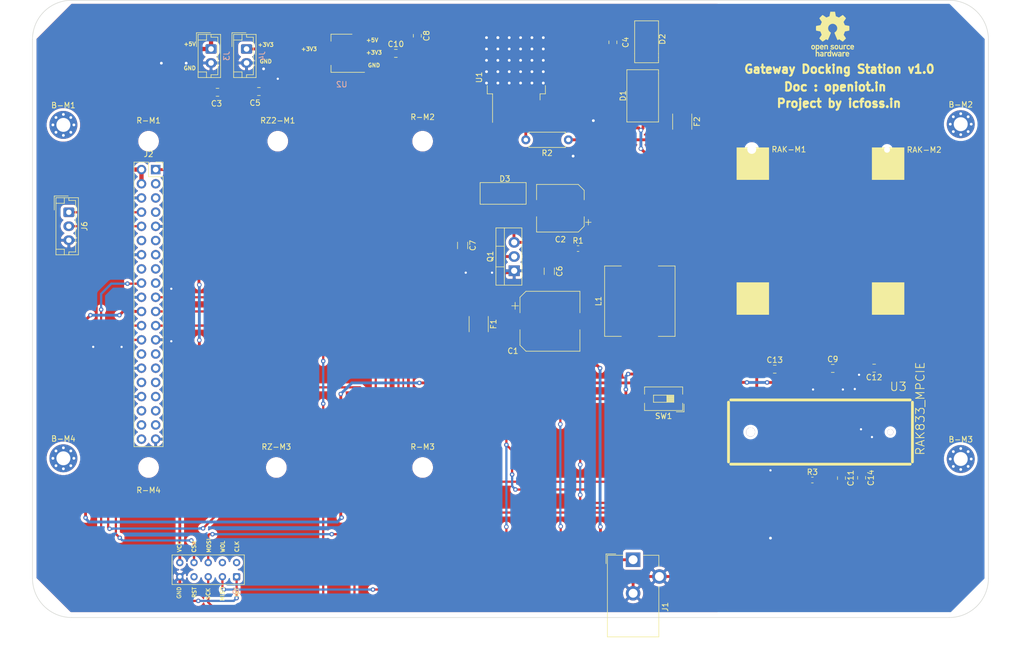
<source format=kicad_pcb>
(kicad_pcb (version 20171130) (host pcbnew 5.1.5+dfsg1-2)
  (layers (0 F.Cu signal) (31 B.Cu signal) (34 B.Paste user) (35 F.Paste user) (36 B.SilkS user) (37 F.SilkS user) (38 B.Mask user) (39 F.Mask user) (44 Edge.Cuts user))
  (net 0 "")
  (net 1 /Vin)
  (net 2 GND)
  (net 3 +5V)
  (net 4 +3V3)
  (net 5 "Net-(D1-Pad1)")
  (net 6 /PCIe_MOSI)
  (net 7 /PCIe_MISO)
  (net 8 /PCIe_SCK)
  (net 9 /PCIe_CSN)
  (net 10 /RESET)
  (net 11 "Net-(C2-Pad1)")
  (net 12 "Net-(C6-Pad1)")
  (net 13 "Net-(F1-Pad2)")
  (net 14 "Net-(J2-Pad3)")
  (net 15 "Net-(J2-Pad5)")
  (net 16 "Net-(J2-Pad7)")
  (net 17 "Net-(J2-Pad11)")
  (net 18 "Net-(J2-Pad13)")
  (net 19 "Net-(J2-Pad15)")
  (net 20 "Net-(J2-Pad17)")
  (net 21 "Net-(J2-Pad27)")
  (net 22 "Net-(J2-Pad29)")
  (net 23 "Net-(J2-Pad31)")
  (net 24 "Net-(J2-Pad33)")
  (net 25 "Net-(J2-Pad35)")
  (net 26 "Net-(J2-Pad37)")
  (net 27 "Net-(J2-Pad8)")
  (net 28 "Net-(J2-Pad10)")
  (net 29 "Net-(J2-Pad12)")
  (net 30 "Net-(J2-Pad16)")
  (net 31 "Net-(J2-Pad18)")
  (net 32 "Net-(J2-Pad28)")
  (net 33 "Net-(J2-Pad32)")
  (net 34 "Net-(J2-Pad36)")
  (net 35 "Net-(J2-Pad38)")
  (net 36 "Net-(J2-Pad40)")
  (net 37 "Net-(J5-Pad7)")
  (net 38 "Net-(J5-Pad2)")
  (net 39 "Net-(J5-Pad4)")
  (net 40 "Net-(U3-Pad1)")
  (net 41 "Net-(U3-Pad3)")
  (net 42 "Net-(U3-Pad5)")
  (net 43 "Net-(U3-Pad6)")
  (net 44 "Net-(U3-Pad7)")
  (net 45 "Net-(U3-Pad8)")
  (net 46 "Net-(U3-Pad10)")
  (net 47 "Net-(U3-Pad11)")
  (net 48 "Net-(U3-Pad12)")
  (net 49 "Net-(U3-Pad13)")
  (net 50 "Net-(U3-Pad14)")
  (net 51 "Net-(U3-Pad16)")
  (net 52 "Net-(U3-Pad19)")
  (net 53 "Net-(U3-Pad20)")
  (net 54 "Net-(U3-Pad23)")
  (net 55 "Net-(U3-Pad25)")
  (net 56 "Net-(U3-Pad28)")
  (net 57 "Net-(U3-Pad30)")
  (net 58 "Net-(U3-Pad31)")
  (net 59 "Net-(U3-Pad32)")
  (net 60 "Net-(U3-Pad33)")
  (net 61 "Net-(U3-Pad36)")
  (net 62 "Net-(U3-Pad38)")
  (net 63 "Net-(U3-Pad42)")
  (net 64 "Net-(U3-Pad44)")
  (net 65 "Net-(U3-Pad46)")
  (net 66 "Net-(U3-Pad48)")
  (net 67 "Net-(J2-Pad1)")
  (net 68 "Net-(R2-Pad2)")
  (net 69 /PCIe_CSN1)
  (net 70 "Net-(R3-Pad1)")
  (module MountingHole:MountingHole_2.1mm (layer F.Cu) (at 188.17082 63.70066)
    (fp_text reference RAK-M1 (at 6.64464 0.00508) (layer F.SilkS))
    (fp_text value MountingHole_2.1mm)
    (pad "" np_thru_hole circle (at 0 0) (size 1.6 1.6) (drill 1.6) (layers *.Cu *.Mask))
  )
  (module Capacitor_SMD:C_0805_2012Metric (layer F.Cu) (at 192.27824 103.04272)
    (fp_text reference C13 (at 0 -1.65) (layer F.SilkS))
    (fp_text value 0.1uF)
    (pad 1 smd roundrect (at -0.9375 0) (size 0.975 1.4) (layers F.Cu F.Paste F.Mask) (net 4 +3V3))
    (pad 2 smd roundrect (at 0.9375 0) (size 0.975 1.4) (layers F.Cu F.Paste F.Mask) (net 2 GND))
  )
  (module MountingHole:MountingHole_2.5mm_Pad_Via (layer F.Cu) (at 65.024 118.999)
    (fp_text reference B-M4 (at 0 -3.5) (layer F.SilkS))
    (fp_text value MountingHole_2.5mm_Pad_Via)
    (pad 1 thru_hole circle (at 1.325825 -1.325825) (size 0.8 0.8) (drill 0.5) (layers *.Cu *.Mask))
    (pad 1 thru_hole circle (at 0 -1.875) (size 0.8 0.8) (drill 0.5) (layers *.Cu *.Mask))
    (pad 1 thru_hole circle (at -1.325825 -1.325825) (size 0.8 0.8) (drill 0.5) (layers *.Cu *.Mask))
    (pad 1 thru_hole circle (at -1.875 0) (size 0.8 0.8) (drill 0.5) (layers *.Cu *.Mask))
    (pad 1 thru_hole circle (at -1.325825 1.325825) (size 0.8 0.8) (drill 0.5) (layers *.Cu *.Mask))
    (pad 1 thru_hole circle (at 0 1.875) (size 0.8 0.8) (drill 0.5) (layers *.Cu *.Mask))
    (pad 1 thru_hole circle (at 1.325825 1.325825) (size 0.8 0.8) (drill 0.5) (layers *.Cu *.Mask))
    (pad 1 thru_hole circle (at 1.875 0) (size 0.8 0.8) (drill 0.5) (layers *.Cu *.Mask))
    (pad 1 thru_hole circle (at 0 0) (size 5 5) (drill 2.5) (layers *.Cu *.Mask))
  )
  (module MountingHole:MountingHole_2.5mm_Pad_Via (layer F.Cu) (at 65.024 59.309)
    (fp_text reference B-M1 (at 0 -3.5) (layer F.SilkS))
    (fp_text value MountingHole_2.5mm_Pad_Via)
    (pad 1 thru_hole circle (at 1.325825 -1.325825) (size 0.8 0.8) (drill 0.5) (layers *.Cu *.Mask))
    (pad 1 thru_hole circle (at 0 -1.875) (size 0.8 0.8) (drill 0.5) (layers *.Cu *.Mask))
    (pad 1 thru_hole circle (at -1.325825 -1.325825) (size 0.8 0.8) (drill 0.5) (layers *.Cu *.Mask))
    (pad 1 thru_hole circle (at -1.875 0) (size 0.8 0.8) (drill 0.5) (layers *.Cu *.Mask))
    (pad 1 thru_hole circle (at -1.325825 1.325825) (size 0.8 0.8) (drill 0.5) (layers *.Cu *.Mask))
    (pad 1 thru_hole circle (at 0 1.875) (size 0.8 0.8) (drill 0.5) (layers *.Cu *.Mask))
    (pad 1 thru_hole circle (at 1.325825 1.325825) (size 0.8 0.8) (drill 0.5) (layers *.Cu *.Mask))
    (pad 1 thru_hole circle (at 1.875 0) (size 0.8 0.8) (drill 0.5) (layers *.Cu *.Mask))
    (pad 1 thru_hole circle (at 0 0) (size 5 5) (drill 2.5) (layers *.Cu *.Mask))
  )
  (module MountingHole:MountingHole_2.5mm_Pad_Via (layer F.Cu) (at 225.552 119.126)
    (fp_text reference B-M3 (at 0 -3.5) (layer F.SilkS))
    (fp_text value MountingHole_2.5mm_Pad_Via)
    (pad 1 thru_hole circle (at 1.325825 -1.325825) (size 0.8 0.8) (drill 0.5) (layers *.Cu *.Mask))
    (pad 1 thru_hole circle (at 0 -1.875) (size 0.8 0.8) (drill 0.5) (layers *.Cu *.Mask))
    (pad 1 thru_hole circle (at -1.325825 -1.325825) (size 0.8 0.8) (drill 0.5) (layers *.Cu *.Mask))
    (pad 1 thru_hole circle (at -1.875 0) (size 0.8 0.8) (drill 0.5) (layers *.Cu *.Mask))
    (pad 1 thru_hole circle (at -1.325825 1.325825) (size 0.8 0.8) (drill 0.5) (layers *.Cu *.Mask))
    (pad 1 thru_hole circle (at 0 1.875) (size 0.8 0.8) (drill 0.5) (layers *.Cu *.Mask))
    (pad 1 thru_hole circle (at 1.325825 1.325825) (size 0.8 0.8) (drill 0.5) (layers *.Cu *.Mask))
    (pad 1 thru_hole circle (at 1.875 0) (size 0.8 0.8) (drill 0.5) (layers *.Cu *.Mask))
    (pad 1 thru_hole circle (at 0 0) (size 5 5) (drill 2.5) (layers *.Cu *.Mask))
  )
  (module MountingHole:MountingHole_2.5mm_Pad_Via (layer F.Cu) (at 225.552 59.182)
    (fp_text reference B-M2 (at 0 -3.5) (layer F.SilkS))
    (fp_text value MountingHole_2.5mm_Pad_Via)
    (pad 1 thru_hole circle (at 1.325825 -1.325825) (size 0.8 0.8) (drill 0.5) (layers *.Cu *.Mask))
    (pad 1 thru_hole circle (at 0 -1.875) (size 0.8 0.8) (drill 0.5) (layers *.Cu *.Mask))
    (pad 1 thru_hole circle (at -1.325825 -1.325825) (size 0.8 0.8) (drill 0.5) (layers *.Cu *.Mask))
    (pad 1 thru_hole circle (at -1.875 0) (size 0.8 0.8) (drill 0.5) (layers *.Cu *.Mask))
    (pad 1 thru_hole circle (at -1.325825 1.325825) (size 0.8 0.8) (drill 0.5) (layers *.Cu *.Mask))
    (pad 1 thru_hole circle (at 0 1.875) (size 0.8 0.8) (drill 0.5) (layers *.Cu *.Mask))
    (pad 1 thru_hole circle (at 1.325825 1.325825) (size 0.8 0.8) (drill 0.5) (layers *.Cu *.Mask))
    (pad 1 thru_hole circle (at 1.875 0) (size 0.8 0.8) (drill 0.5) (layers *.Cu *.Mask))
    (pad 1 thru_hole circle (at 0 0) (size 5 5) (drill 2.5) (layers *.Cu *.Mask))
  )
  (module digikey-footprints:Test_Point_2.67x1.02mm (layer F.Cu) (at 212.35162 60.89396)
    (fp_text reference REF** hide)
    (fp_text value Test_Point_2.67x1.02mm)
    (pad 1 smd rect (at 0 0) (size 5 3) (layers F.Cu F.Paste F.Mask))
  )
  (module digikey-footprints:Test_Point_2.67x1.02mm (layer F.Cu) (at 212.34908 66.95694)
    (fp_text reference REF** hide)
    (fp_text value Test_Point_2.67x1.02mm)
    (pad 1 smd rect (at 0 0) (size 5 4) (layers F.Cu F.Paste F.Mask))
  )
  (module digikey-footprints:Test_Point_2.67x1.02mm (layer F.Cu) (at 188.17082 60.88888)
    (fp_text reference REF** hide)
    (fp_text value Test_Point_2.67x1.02mm)
    (pad 1 smd rect (at 0 0) (size 5 3) (layers F.Cu F.Paste F.Mask))
  )
  (module digikey-footprints:Test_Point_2.67x1.02mm (layer F.Cu) (at 188.0616 67.00774)
    (fp_text reference REF** hide)
    (fp_text value Test_Point_2.67x1.02mm)
    (pad 1 smd rect (at 0 0) (size 5 4) (layers F.Cu F.Paste F.Mask))
  )
  (module kicad-mini-pci-express-master:mpcie-socket (layer F.Cu) (at 187.96 114.3)
    (fp_text reference U3 (at 26.416 -8.128) (layer F.SilkS) (effects (font (size 1.524 1.524))))
    (fp_text value RAK833_MPCIE (at 30.35 -4.2 270) (layer F.SilkS) (effects (font (size 1.524 1.524))))
    (pad "" thru_hole circle (at 25 0) (size 1.05 1.05) (drill 1.05) (layers *.Cu *.Mask))
    (pad "" thru_hole circle (at 0 0) (size 1.6 1.6) (drill 1.6) (layers *.Cu *.Mask))
    (pad "" smd rect (at -2.15 3.5) (size 2.3 3.2) (layers F.Cu F.Paste F.Mask))
    (pad "" smd rect (at 27.15 3.5) (size 2.3 3.2) (layers F.Cu F.Paste F.Mask))
    (pad "" connect rect (at 0.4 -23.9) (size 5.8 5.8) (layers F.SilkS))
    (pad "" connect rect (at 0.4 -48.05) (size 5.8 5.8) (layers F.SilkS))
    (pad "" connect rect (at 24.6 -48.05) (size 5.8 5.8) (layers F.SilkS))
    (pad "" connect rect (at 24.6 -23.9) (size 5.8 5.8) (layers F.SilkS))
    (pad 1 smd rect (at 0.7 4.1) (size 0.6 2) (layers F.Cu F.Paste F.Mask) (net 40 "Net-(U3-Pad1)"))
    (pad 2 smd rect (at 1.1 -4.1) (size 0.6 2) (layers F.Cu F.Paste F.Mask) (net 4 +3V3))
    (pad 3 smd rect (at 1.5 4.1) (size 0.6 2) (layers F.Cu F.Paste F.Mask) (net 41 "Net-(U3-Pad3)"))
    (pad 4 smd rect (at 1.9 -4.1) (size 0.6 2) (layers F.Cu F.Paste F.Mask) (net 2 GND))
    (pad 5 smd rect (at 2.3 4.1) (size 0.6 2) (layers F.Cu F.Paste F.Mask) (net 42 "Net-(U3-Pad5)"))
    (pad 6 smd rect (at 2.7 -4.1) (size 0.6 2) (layers F.Cu F.Paste F.Mask) (net 43 "Net-(U3-Pad6)"))
    (pad 7 smd rect (at 3.1 4.1) (size 0.6 2) (layers F.Cu F.Paste F.Mask) (net 44 "Net-(U3-Pad7)"))
    (pad 8 smd rect (at 3.5 -4.1) (size 0.6 2) (layers F.Cu F.Paste F.Mask) (net 45 "Net-(U3-Pad8)"))
    (pad 9 smd rect (at 3.9 4.1) (size 0.6 2) (layers F.Cu F.Paste F.Mask) (net 2 GND))
    (pad 10 smd rect (at 4.3 -4.1) (size 0.6 2) (layers F.Cu F.Paste F.Mask) (net 46 "Net-(U3-Pad10)"))
    (pad 11 smd rect (at 4.7 4.1) (size 0.6 2) (layers F.Cu F.Paste F.Mask) (net 47 "Net-(U3-Pad11)"))
    (pad 12 smd rect (at 5.1 -4.1) (size 0.6 2) (layers F.Cu F.Paste F.Mask) (net 48 "Net-(U3-Pad12)"))
    (pad 13 smd rect (at 5.5 4.1) (size 0.6 2) (layers F.Cu F.Paste F.Mask) (net 49 "Net-(U3-Pad13)"))
    (pad 14 smd rect (at 5.9 -4.1) (size 0.6 2) (layers F.Cu F.Paste F.Mask) (net 50 "Net-(U3-Pad14)"))
    (pad 15 smd rect (at 6.3 4.1) (size 0.6 2) (layers F.Cu F.Paste F.Mask) (net 2 GND))
    (pad 16 smd rect (at 6.7 -4.1) (size 0.6 2) (layers F.Cu F.Paste F.Mask) (net 51 "Net-(U3-Pad16)"))
    (pad 17 smd rect (at 10.3 4.1) (size 0.6 2) (layers F.Cu F.Paste F.Mask) (net 70 "Net-(R3-Pad1)"))
    (pad 18 smd rect (at 10.7 -4.1) (size 0.6 2) (layers F.Cu F.Paste F.Mask) (net 2 GND))
    (pad 19 smd rect (at 11.1 4.1) (size 0.6 2) (layers F.Cu F.Paste F.Mask) (net 52 "Net-(U3-Pad19)"))
    (pad 20 smd rect (at 11.5 -4.1) (size 0.6 2) (layers F.Cu F.Paste F.Mask) (net 53 "Net-(U3-Pad20)"))
    (pad 21 smd rect (at 11.9 4.1) (size 0.6 2) (layers F.Cu F.Paste F.Mask) (net 2 GND))
    (pad 22 smd rect (at 12.3 -4.1) (size 0.6 2) (layers F.Cu F.Paste F.Mask) (net 10 /RESET))
    (pad 23 smd rect (at 12.7 4.1) (size 0.6 2) (layers F.Cu F.Paste F.Mask) (net 54 "Net-(U3-Pad23)"))
    (pad 24 smd rect (at 13.1 -4.1) (size 0.6 2) (layers F.Cu F.Paste F.Mask) (net 4 +3V3))
    (pad 25 smd rect (at 13.5 4.1) (size 0.6 2) (layers F.Cu F.Paste F.Mask) (net 55 "Net-(U3-Pad25)"))
    (pad 26 smd rect (at 13.9 -4.1) (size 0.6 2) (layers F.Cu F.Paste F.Mask) (net 2 GND))
    (pad 27 smd rect (at 14.3 4.1) (size 0.6 2) (layers F.Cu F.Paste F.Mask) (net 2 GND))
    (pad 28 smd rect (at 14.7 -4.1) (size 0.6 2) (layers F.Cu F.Paste F.Mask) (net 56 "Net-(U3-Pad28)"))
    (pad 29 smd rect (at 15.1 4.1) (size 0.6 2) (layers F.Cu F.Paste F.Mask) (net 2 GND))
    (pad 30 smd rect (at 15.5 -4.1) (size 0.6 2) (layers F.Cu F.Paste F.Mask) (net 57 "Net-(U3-Pad30)"))
    (pad 31 smd rect (at 15.9 4.1) (size 0.6 2) (layers F.Cu F.Paste F.Mask) (net 58 "Net-(U3-Pad31)"))
    (pad 32 smd rect (at 16.3 -4.1) (size 0.6 2) (layers F.Cu F.Paste F.Mask) (net 59 "Net-(U3-Pad32)"))
    (pad 33 smd rect (at 16.7 4.1) (size 0.6 2) (layers F.Cu F.Paste F.Mask) (net 60 "Net-(U3-Pad33)"))
    (pad 34 smd rect (at 17.1 -4.1) (size 0.6 2) (layers F.Cu F.Paste F.Mask) (net 2 GND))
    (pad 35 smd rect (at 17.5 4.1) (size 0.6 2) (layers F.Cu F.Paste F.Mask) (net 2 GND))
    (pad 36 smd rect (at 17.9 -4.1) (size 0.6 2) (layers F.Cu F.Paste F.Mask) (net 61 "Net-(U3-Pad36)"))
    (pad 37 smd rect (at 18.3 4.1) (size 0.6 2) (layers F.Cu F.Paste F.Mask) (net 2 GND))
    (pad 38 smd rect (at 18.7 -4.1) (size 0.6 2) (layers F.Cu F.Paste F.Mask) (net 62 "Net-(U3-Pad38)"))
    (pad 39 smd rect (at 19.1 4.1) (size 0.6 2) (layers F.Cu F.Paste F.Mask) (net 4 +3V3))
    (pad 40 smd rect (at 19.5 -4.1) (size 0.6 2) (layers F.Cu F.Paste F.Mask) (net 2 GND))
    (pad 41 smd rect (at 19.9 4.1) (size 0.6 2) (layers F.Cu F.Paste F.Mask) (net 4 +3V3))
    (pad 42 smd rect (at 20.3 -4.1) (size 0.6 2) (layers F.Cu F.Paste F.Mask) (net 63 "Net-(U3-Pad42)"))
    (pad 43 smd rect (at 20.7 4.1) (size 0.6 2) (layers F.Cu F.Paste F.Mask) (net 2 GND))
    (pad 44 smd rect (at 21.1 -4.1) (size 0.6 2) (layers F.Cu F.Paste F.Mask) (net 64 "Net-(U3-Pad44)"))
    (pad 45 smd rect (at 21.5 4.1) (size 0.6 2) (layers F.Cu F.Paste F.Mask) (net 8 /PCIe_SCK))
    (pad 46 smd rect (at 21.9 -4.1) (size 0.6 2) (layers F.Cu F.Paste F.Mask) (net 65 "Net-(U3-Pad46)"))
    (pad 47 smd rect (at 22.3 4.1) (size 0.6 2) (layers F.Cu F.Paste F.Mask) (net 7 /PCIe_MISO))
    (pad 48 smd rect (at 22.7 -4.1) (size 0.6 2) (layers F.Cu F.Paste F.Mask) (net 66 "Net-(U3-Pad48)"))
    (pad 49 smd rect (at 23.1 4.1) (size 0.6 2) (layers F.Cu F.Paste F.Mask) (net 6 /PCIe_MOSI))
    (pad 50 smd rect (at 23.5 -4.1) (size 0.6 2) (layers F.Cu F.Paste F.Mask) (net 2 GND))
    (pad 51 smd rect (at 23.9 4.1) (size 0.6 2) (layers F.Cu F.Paste F.Mask) (net 9 /PCIe_CSN))
    (pad 52 smd rect (at 24.3 -4.1) (size 0.6 2) (layers F.Cu F.Paste F.Mask) (net 4 +3V3))
  )
  (module Package_TO_SOT_THT:TO-220-3_Vertical (layer F.Cu) (at 145.669 85.41766 90)
    (fp_text reference Q1 (at 2.54 -4.27 90) (layer F.SilkS))
    (fp_text value TIC106)
    (pad 1 thru_hole rect (at 0 0 90) (size 1.905 2) (drill 1.1) (layers *.Cu *.Mask) (net 2 GND))
    (pad 2 thru_hole oval (at 2.54 0 90) (size 1.905 2) (drill 1.1) (layers *.Cu *.Mask) (net 1 /Vin))
    (pad 3 thru_hole oval (at 5.08 0 90) (size 1.905 2) (drill 1.1) (layers *.Cu *.Mask) (net 12 "Net-(C6-Pad1)"))
  )
  (module Symbol:OSHW-Logo_7.5x8mm_SilkScreen (layer F.Cu) (at 202.63358 43.05808)
    (fp_text reference REF** hide)
    (fp_text value OSHW-Logo_7.5x8mm_SilkScreen hide)
  )
  (module Connector_PinSocket_2.54mm:PinSocket_2x20_P2.54mm_Vertical (layer F.Cu) (at 81.534 67.31)
    (fp_text reference J2 (at -1.27 -2.77) (layer F.SilkS))
    (fp_text value "PI GPIO Header")
    (pad 1 thru_hole rect (at 0 0) (size 1.7 1.7) (drill 1) (layers *.Cu *.Mask) (net 67 "Net-(J2-Pad1)"))
    (pad 2 thru_hole oval (at -2.54 0) (size 1.7 1.7) (drill 1) (layers *.Cu *.Mask) (net 3 +5V))
    (pad 3 thru_hole oval (at 0 2.54) (size 1.7 1.7) (drill 1) (layers *.Cu *.Mask) (net 14 "Net-(J2-Pad3)"))
    (pad 4 thru_hole oval (at -2.54 2.54) (size 1.7 1.7) (drill 1) (layers *.Cu *.Mask) (net 3 +5V))
    (pad 5 thru_hole oval (at 0 5.08) (size 1.7 1.7) (drill 1) (layers *.Cu *.Mask) (net 15 "Net-(J2-Pad5)"))
    (pad 6 thru_hole oval (at -2.54 5.08) (size 1.7 1.7) (drill 1) (layers *.Cu *.Mask) (net 2 GND))
    (pad 7 thru_hole oval (at 0 7.62) (size 1.7 1.7) (drill 1) (layers *.Cu *.Mask) (net 16 "Net-(J2-Pad7)"))
    (pad 8 thru_hole oval (at -2.54 7.62) (size 1.7 1.7) (drill 1) (layers *.Cu *.Mask) (net 27 "Net-(J2-Pad8)"))
    (pad 9 thru_hole oval (at 0 10.16) (size 1.7 1.7) (drill 1) (layers *.Cu *.Mask) (net 2 GND))
    (pad 10 thru_hole oval (at -2.54 10.16) (size 1.7 1.7) (drill 1) (layers *.Cu *.Mask) (net 28 "Net-(J2-Pad10)"))
    (pad 11 thru_hole oval (at 0 12.7) (size 1.7 1.7) (drill 1) (layers *.Cu *.Mask) (net 17 "Net-(J2-Pad11)"))
    (pad 12 thru_hole oval (at -2.54 12.7) (size 1.7 1.7) (drill 1) (layers *.Cu *.Mask) (net 29 "Net-(J2-Pad12)"))
    (pad 13 thru_hole oval (at 0 15.24) (size 1.7 1.7) (drill 1) (layers *.Cu *.Mask) (net 18 "Net-(J2-Pad13)"))
    (pad 14 thru_hole oval (at -2.54 15.24) (size 1.7 1.7) (drill 1) (layers *.Cu *.Mask) (net 2 GND))
    (pad 15 thru_hole oval (at 0 17.78) (size 1.7 1.7) (drill 1) (layers *.Cu *.Mask) (net 19 "Net-(J2-Pad15)"))
    (pad 16 thru_hole oval (at -2.54 17.78) (size 1.7 1.7) (drill 1) (layers *.Cu *.Mask) (net 30 "Net-(J2-Pad16)"))
    (pad 17 thru_hole oval (at 0 20.32) (size 1.7 1.7) (drill 1) (layers *.Cu *.Mask) (net 20 "Net-(J2-Pad17)"))
    (pad 18 thru_hole oval (at -2.54 20.32) (size 1.7 1.7) (drill 1) (layers *.Cu *.Mask) (net 31 "Net-(J2-Pad18)"))
    (pad 19 thru_hole oval (at 0 22.86) (size 1.7 1.7) (drill 1) (layers *.Cu *.Mask) (net 6 /PCIe_MOSI))
    (pad 20 thru_hole oval (at -2.54 22.86) (size 1.7 1.7) (drill 1) (layers *.Cu *.Mask) (net 2 GND))
    (pad 21 thru_hole oval (at 0 25.4) (size 1.7 1.7) (drill 1) (layers *.Cu *.Mask) (net 7 /PCIe_MISO))
    (pad 22 thru_hole oval (at -2.54 25.4) (size 1.7 1.7) (drill 1) (layers *.Cu *.Mask) (net 10 /RESET))
    (pad 23 thru_hole oval (at 0 27.94) (size 1.7 1.7) (drill 1) (layers *.Cu *.Mask) (net 8 /PCIe_SCK))
    (pad 24 thru_hole oval (at -2.54 27.94) (size 1.7 1.7) (drill 1) (layers *.Cu *.Mask) (net 9 /PCIe_CSN))
    (pad 25 thru_hole oval (at 0 30.48) (size 1.7 1.7) (drill 1) (layers *.Cu *.Mask) (net 2 GND))
    (pad 26 thru_hole oval (at -2.54 30.48) (size 1.7 1.7) (drill 1) (layers *.Cu *.Mask) (net 69 /PCIe_CSN1))
    (pad 27 thru_hole oval (at 0 33.02) (size 1.7 1.7) (drill 1) (layers *.Cu *.Mask) (net 21 "Net-(J2-Pad27)"))
    (pad 28 thru_hole oval (at -2.54 33.02) (size 1.7 1.7) (drill 1) (layers *.Cu *.Mask) (net 32 "Net-(J2-Pad28)"))
    (pad 29 thru_hole oval (at 0 35.56) (size 1.7 1.7) (drill 1) (layers *.Cu *.Mask) (net 22 "Net-(J2-Pad29)"))
    (pad 30 thru_hole oval (at -2.54 35.56) (size 1.7 1.7) (drill 1) (layers *.Cu *.Mask) (net 2 GND))
    (pad 31 thru_hole oval (at 0 38.1) (size 1.7 1.7) (drill 1) (layers *.Cu *.Mask) (net 23 "Net-(J2-Pad31)"))
    (pad 32 thru_hole oval (at -2.54 38.1) (size 1.7 1.7) (drill 1) (layers *.Cu *.Mask) (net 33 "Net-(J2-Pad32)"))
    (pad 33 thru_hole oval (at 0 40.64) (size 1.7 1.7) (drill 1) (layers *.Cu *.Mask) (net 24 "Net-(J2-Pad33)"))
    (pad 34 thru_hole oval (at -2.54 40.64) (size 1.7 1.7) (drill 1) (layers *.Cu *.Mask) (net 2 GND))
    (pad 35 thru_hole oval (at 0 43.18) (size 1.7 1.7) (drill 1) (layers *.Cu *.Mask) (net 25 "Net-(J2-Pad35)"))
    (pad 36 thru_hole oval (at -2.54 43.18) (size 1.7 1.7) (drill 1) (layers *.Cu *.Mask) (net 34 "Net-(J2-Pad36)"))
    (pad 37 thru_hole oval (at 0 45.72) (size 1.7 1.7) (drill 1) (layers *.Cu *.Mask) (net 26 "Net-(J2-Pad37)"))
    (pad 38 thru_hole oval (at -2.54 45.72) (size 1.7 1.7) (drill 1) (layers *.Cu *.Mask) (net 35 "Net-(J2-Pad38)"))
    (pad 39 thru_hole oval (at 0 48.26) (size 1.7 1.7) (drill 1) (layers *.Cu *.Mask) (net 2 GND))
    (pad 40 thru_hole oval (at -2.54 48.26) (size 1.7 1.7) (drill 1) (layers *.Cu *.Mask) (net 36 "Net-(J2-Pad40)"))
  )
  (module Capacitor_SMD:CP_Elec_8x10 (layer F.Cu) (at 153.9355 74.2315 180)
    (fp_text reference C2 (at 0 -5.588) (layer F.SilkS))
    (fp_text value 220uF,10V,AVX_TPSB107M010R0400)
    (pad 1 smd roundrect (at -3.25 0 180) (size 3.5 2.5) (layers F.Cu F.Paste F.Mask) (roundrect_rratio 0.1) (net 11 "Net-(C2-Pad1)"))
    (pad 2 smd roundrect (at 3.25 0 180) (size 3.5 2.5) (layers F.Cu F.Paste F.Mask) (roundrect_rratio 0.1) (net 2 GND))
  )
  (module Connector_JST:JST_EH_B2B-EH-A_1x02_P2.50mm_Vertical (layer F.Cu) (at 97.79 45.72 270)
    (fp_text reference J4 (at 1.25 -2.8 90) (layer B.SilkS) (effects (justify mirror)))
    (fp_text value 3.3Vout)
    (pad 2 thru_hole oval (at 2.5 0 270) (size 1.7 2) (drill 1) (layers *.Cu *.Mask) (net 2 GND))
    (pad 1 thru_hole roundrect (at 0 0 270) (size 1.7 2) (drill 1) (layers *.Cu *.Mask) (roundrect_rratio 0.147059) (net 4 +3V3))
  )
  (module MountingHole:MountingHole_2.7mm_M2.5 (layer F.Cu) (at 103.378 62.23)
    (fp_text reference RZ2-M1 (at 0 -3.7) (layer F.SilkS))
    (fp_text value MountingHole_2.7mm_M2.5)
    (pad 1 np_thru_hole circle (at 0 0) (size 2.7 2.7) (drill 2.7) (layers *.Cu *.Mask))
  )
  (module MountingHole:MountingHole_2.7mm_M2.5 (layer F.Cu) (at 103.124 120.65)
    (fp_text reference RZ-M3 (at 0 -3.7) (layer F.SilkS))
    (fp_text value MountingHole_2.7mm_M2.5)
    (pad 1 np_thru_hole circle (at 0 0) (size 2.7 2.7) (drill 2.7) (layers *.Cu *.Mask))
  )
  (module MountingHole:MountingHole_2.1mm (layer F.Cu) (at 212.36686 63.76924)
    (fp_text reference RAK-M2 (at 6.64464 0.00508) (layer F.SilkS))
    (fp_text value MountingHole_2.1mm)
    (pad "" np_thru_hole circle (at 0 0) (size 1.05 1.05) (drill 1.05) (layers *.Cu *.Mask))
  )
  (module MountingHole:MountingHole_2.7mm_M2.5 (layer F.Cu) (at 80.264 62.23)
    (fp_text reference R-M1 (at 0 -3.7) (layer F.SilkS))
    (fp_text value MountingHole_2.7mm_M2.5)
    (pad 1 np_thru_hole circle (at 0 0) (size 2.7 2.7) (drill 2.7) (layers *.Cu *.Mask))
  )
  (module Package_TO_SOT_SMD:TO-263-5_TabPin3 (layer F.Cu) (at 146.05 50.8 90)
    (fp_text reference U1 (at 0 -6.65 270) (layer F.SilkS))
    (fp_text value LM2596S-5)
    (pad 1 smd rect (at -5.775 -3.4 90) (size 4.6 1.1) (layers F.Cu F.Paste F.Mask) (net 1 /Vin))
    (pad 2 smd rect (at -5.775 -1.7 90) (size 4.6 1.1) (layers F.Cu F.Paste F.Mask) (net 5 "Net-(D1-Pad1)"))
    (pad 3 smd rect (at -5.775 0 90) (size 4.6 1.1) (layers F.Cu F.Paste F.Mask) (net 2 GND))
    (pad 4 smd rect (at -5.775 1.7 90) (size 4.6 1.1) (layers F.Cu F.Paste F.Mask) (net 68 "Net-(R2-Pad2)"))
    (pad 5 smd rect (at -5.775 3.4 90) (size 4.6 1.1) (layers F.Cu F.Paste F.Mask) (net 2 GND))
    (pad 3 smd rect (at 3.375 0 90) (size 9.4 10.8) (layers F.Cu F.Mask) (net 2 GND))
  )
  (module Button_Switch_SMD:SW_DIP_SPSTx01_Slide_6.7x4.1mm_W6.73mm_P2.54mm_LowProfile_JPin (layer F.Cu) (at 172.4025 108.331 180)
    (fp_text reference SW1 (at 0 -3.11 180) (layer F.SilkS))
    (fp_text value SW_Push)
    (pad 1 smd rect (at -3.365 0 180) (size 2.16 1.12) (layers F.Cu F.Paste F.Mask) (net 10 /RESET))
    (pad 2 smd rect (at 3.365 0 180) (size 2.16 1.12) (layers F.Cu F.Paste F.Mask) (net 4 +3V3))
  )
  (module Connector_JST:JST_EH_B2B-EH-A_1x02_P2.50mm_Vertical (layer F.Cu) (at 91.44 45.72 270)
    (fp_text reference J3 (at 1.25 -2.8 90) (layer B.SilkS) (effects (justify mirror)))
    (fp_text value 5Vout)
    (pad 1 thru_hole roundrect (at 0 0 270) (size 1.7 2) (drill 1) (layers *.Cu *.Mask) (roundrect_rratio 0.147059) (net 3 +5V))
    (pad 2 thru_hole oval (at 2.5 0 270) (size 1.7 2) (drill 1) (layers *.Cu *.Mask) (net 2 GND))
  )
  (module MountingHole:MountingHole_2.7mm_M2.5 (layer F.Cu) (at 129.286 120.65)
    (fp_text reference R-M3 (at 0 -3.7) (layer F.SilkS))
    (fp_text value MountingHole_2.7mm_M2.5)
    (pad 1 np_thru_hole circle (at 0 0) (size 2.7 2.7) (drill 2.7) (layers *.Cu *.Mask))
  )
  (module Capacitor_SMD:C_1206_3216Metric (layer F.Cu) (at 151.94788 85.51418 270)
    (fp_text reference C6 (at 0 -1.82 90) (layer F.SilkS))
    (fp_text value 0.1uf)
    (pad 1 smd roundrect (at -1.4 0 270) (size 1.25 1.75) (layers F.Cu F.Paste F.Mask) (roundrect_rratio 0.2) (net 12 "Net-(C6-Pad1)"))
    (pad 2 smd roundrect (at 1.4 0 270) (size 1.25 1.75) (layers F.Cu F.Paste F.Mask) (roundrect_rratio 0.2) (net 2 GND))
  )
  (module MountingHole:MountingHole_2.7mm_M2.5 (layer F.Cu) (at 129.286 62.23)
    (fp_text reference R-M2 (at 0 -4.318) (layer F.SilkS))
    (fp_text value MountingHole_2.7mm_M2.5)
    (pad 1 np_thru_hole circle (at 0 0) (size 2.7 2.7) (drill 2.7) (layers *.Cu *.Mask))
  )
  (module Inductor_SMD:L_12x12mm_H8mm (layer F.Cu) (at 168.148 90.8685 90)
    (fp_text reference L1 (at 0 -7.4 270) (layer F.SilkS))
    (fp_text value 47uH,L39)
    (pad 1 smd rect (at -4.95 0 90) (size 2.9 5.4) (layers F.Cu F.Paste F.Mask) (net 5 "Net-(D1-Pad1)"))
    (pad 2 smd rect (at 4.95 0 90) (size 2.9 5.4) (layers F.Cu F.Paste F.Mask) (net 11 "Net-(C2-Pad1)"))
  )
  (module Capacitor_SMD:C_1206_3216Metric (layer F.Cu) (at 136.44372 80.89346 270)
    (fp_text reference C7 (at 0 -1.82 90) (layer F.SilkS))
    (fp_text value 0.1uf)
    (pad 2 smd roundrect (at 1.4 0 270) (size 1.25 1.75) (layers F.Cu F.Paste F.Mask) (roundrect_rratio 0.2) (net 2 GND))
    (pad 1 smd roundrect (at -1.4 0 270) (size 1.25 1.75) (layers F.Cu F.Paste F.Mask) (roundrect_rratio 0.2) (net 1 /Vin))
  )
  (module Capacitor_SMD:C_0805_2012Metric (layer F.Cu) (at 99.9975 53.34 180)
    (fp_text reference C5 (at 0.6835 -2.032) (layer F.SilkS))
    (fp_text value 10uF)
    (pad 1 smd roundrect (at -0.9375 0 180) (size 0.975 1.4) (layers F.Cu F.Paste F.Mask) (net 4 +3V3))
    (pad 2 smd roundrect (at 0.9375 0 180) (size 0.975 1.4) (layers F.Cu F.Paste F.Mask) (net 2 GND))
  )
  (module MountingHole:MountingHole_2.7mm_M2.5 (layer F.Cu) (at 80.264 120.65)
    (fp_text reference R-M4 (at 0 4.064) (layer F.SilkS))
    (fp_text value MountingHole_2.7mm_M2.5)
    (pad 1 np_thru_hole circle (at 0 0) (size 2.7 2.7) (drill 2.7) (layers *.Cu *.Mask))
  )
  (module Package_TO_SOT_SMD:SOT-223-3_TabPin2 (layer F.Cu) (at 114.808 46.482 180)
    (fp_text reference U2 (at 0 -5.588) (layer B.SilkS) (effects (justify mirror)))
    (fp_text value AMS1117-3.3)
    (pad 2 smd rect (at 3.15 0 180) (size 2 3.8) (layers F.Cu F.Paste F.Mask) (net 4 +3V3))
    (pad 2 smd rect (at -3.15 0 180) (size 2 1.5) (layers F.Cu F.Paste F.Mask) (net 4 +3V3))
    (pad 3 smd rect (at -3.15 2.3 180) (size 2 1.5) (layers F.Cu F.Paste F.Mask) (net 3 +5V))
    (pad 1 smd rect (at -3.15 -2.3 180) (size 2 1.5) (layers F.Cu F.Paste F.Mask) (net 2 GND))
  )
  (module Capacitor_SMD:C_0805_2012Metric (layer F.Cu) (at 92.59292 53.46446)
    (fp_text reference C3 (at -0.1755 2.032) (layer F.SilkS))
    (fp_text value 0.1uF)
    (pad 1 smd roundrect (at -0.9375 0) (size 0.975 1.4) (layers F.Cu F.Paste F.Mask) (net 3 +5V))
    (pad 2 smd roundrect (at 0.9375 0) (size 0.975 1.4) (layers F.Cu F.Paste F.Mask) (net 2 GND))
  )
  (module Capacitor_SMD:C_0805_2012Metric (layer F.Cu) (at 163.322 44.5285 270)
    (fp_text reference C4 (at 0 -2.286 90) (layer F.SilkS))
    (fp_text value 47uF,5v)
    (pad 2 smd roundrect (at 0.9375 0 270) (size 0.975 1.4) (layers F.Cu F.Paste F.Mask) (net 2 GND))
    (pad 1 smd roundrect (at -0.9375 0 270) (size 0.975 1.4) (layers F.Cu F.Paste F.Mask) (net 3 +5V))
  )
  (module Connector_Samtec_HLE_THT:Samtec_HLE-105-02-xx-DV-TE_2x05_P2.54mm_Horizontal (layer F.Cu) (at 96.012 140.208 180)
    (fp_text reference J5 (at 0 -2.54) (layer B.SilkS) (effects (justify mirror)))
    (fp_text value Conn_02x05_Odd_Even)
    (pad 1 thru_hole roundrect (at 0 0 180) (size 1.31 1.31) (drill 0.71) (layers *.Cu *.Mask) (roundrect_rratio 0.19084) (net 31 "Net-(J2-Pad18)"))
    (pad 3 thru_hole circle (at 2.54 0 180) (size 1.31 1.31) (drill 0.71) (layers *.Cu *.Mask) (net 7 /PCIe_MISO))
    (pad 5 thru_hole circle (at 5.08 0 180) (size 1.31 1.31) (drill 0.71) (layers *.Cu *.Mask) (net 8 /PCIe_SCK))
    (pad 7 thru_hole circle (at 7.62 0 180) (size 1.31 1.31) (drill 0.71) (layers *.Cu *.Mask) (net 37 "Net-(J5-Pad7)"))
    (pad 9 thru_hole circle (at 10.16 0 180) (size 1.31 1.31) (drill 0.71) (layers *.Cu *.Mask) (net 2 GND))
    (pad 2 thru_hole circle (at 0 2.54 180) (size 1.31 1.31) (drill 0.71) (layers *.Cu *.Mask) (net 38 "Net-(J5-Pad2)"))
    (pad 4 thru_hole circle (at 2.54 2.54 180) (size 1.31 1.31) (drill 0.71) (layers *.Cu *.Mask) (net 39 "Net-(J5-Pad4)"))
    (pad 6 thru_hole circle (at 5.08 2.54 180) (size 1.31 1.31) (drill 0.71) (layers *.Cu *.Mask) (net 6 /PCIe_MOSI))
    (pad 8 thru_hole circle (at 7.62 2.54 180) (size 1.31 1.31) (drill 0.71) (layers *.Cu *.Mask) (net 69 /PCIe_CSN1))
    (pad 10 thru_hole circle (at 10.16 2.54 180) (size 1.31 1.31) (drill 0.71) (layers *.Cu *.Mask) (net 67 "Net-(J2-Pad1)"))
  )
  (module Connector_BarrelJack:BarrelJack_CUI_PJ-102AH_Horizontal (layer F.Cu) (at 166.9415 137.16)
    (fp_text reference J1 (at 5.75 8.45 90) (layer F.SilkS))
    (fp_text value Barrel_Jack_Switch-Connector)
    (pad 1 thru_hole rect (at 0 0) (size 2.6 2.6) (drill 1.6) (layers *.Cu *.Mask) (net 13 "Net-(F1-Pad2)"))
    (pad 2 thru_hole circle (at 0 6) (size 2.6 2.6) (drill 1.6) (layers *.Cu *.Mask) (net 2 GND))
    (pad 3 thru_hole circle (at 4.7 3) (size 2.6 2.6) (drill 1.6) (layers *.Cu *.Mask) (net 2 GND))
  )
  (module Resistor_SMD:R_0603_1608Metric (layer F.Cu) (at 157.09646 81.46288)
    (fp_text reference R1 (at 0 -1.43) (layer F.SilkS))
    (fp_text value 1K)
    (pad 1 smd roundrect (at -0.7875 0) (size 0.875 0.95) (layers F.Cu F.Paste F.Mask) (net 12 "Net-(C6-Pad1)"))
    (pad 2 smd roundrect (at 0.7875 0) (size 0.875 0.95) (layers F.Cu F.Paste F.Mask) (net 2 GND))
  )
  (module Diode_SMD:MBRS320T3G_Metric (layer F.Cu) (at 168.656 54.102 90)
    (fp_text reference D1 (at 0 -3.52 90) (layer F.SilkS))
    (fp_text value MBRS320T3G)
    (pad 2 smd roundrect (at 3.3782 0 90) (size 2.25 3.79) (layers F.Cu F.Paste F.Mask) (roundrect_rratio 0.101) (net 2 GND))
    (pad 1 smd roundrect (at -3.2766 0 90) (size 2.25 3.79) (layers F.Cu F.Paste F.Mask) (roundrect_rratio 0.101) (net 5 "Net-(D1-Pad1)"))
  )
  (module Diode_SMD:SMBJ5.0A_Metric (layer F.Cu) (at 169.35704 43.95978 270)
    (fp_text reference D2 (at 0 -2.82 90) (layer F.SilkS))
    (fp_text value SMBJ5.0A)
    (pad 1 smd roundrect (at -2.1875 0 270) (size 2.16 2.26) (layers F.Cu F.Paste F.Mask) (roundrect_rratio 0.149) (net 3 +5V))
    (pad 2 smd roundrect (at 2.6924 0 270) (size 2.16 2.26) (layers F.Cu F.Paste F.Mask) (roundrect_rratio 0.149) (net 2 GND))
  )
  (module Diode_SMD:BZG05C36-M3-08_Metric (layer F.Cu) (at 144.00022 71.57212)
    (fp_text reference D3 (at 0 -2.62) (layer F.SilkS))
    (fp_text value BZG05C36-M)
    (pad 2 smd roundrect (at 1.6256 0) (size 2.2 2.21) (layers F.Cu F.Paste F.Mask) (roundrect_rratio 0.185) (net 12 "Net-(C6-Pad1)"))
    (pad 1 smd roundrect (at -2.9 0) (size 2.2 2.21) (layers F.Cu F.Paste F.Mask) (roundrect_rratio 0.185) (net 1 /Vin))
  )
  (module Fuse:Fuse_1812_4532Metric (layer F.Cu) (at 139.319 94.9705 270)
    (fp_text reference F1 (at 0 -2.65 90) (layer F.SilkS))
    (fp_text value MF-MSMF250/X)
    (pad 2 smd roundrect (at 2.1375 0 270) (size 1.125 3.4) (layers F.Cu F.Paste F.Mask) (roundrect_rratio 0.222222) (net 13 "Net-(F1-Pad2)"))
    (pad 1 smd roundrect (at -2.1375 0 270) (size 1.125 3.4) (layers F.Cu F.Paste F.Mask) (roundrect_rratio 0.222222) (net 1 /Vin))
  )
  (module Fuse:Fuse_1812_4532Metric (layer F.Cu) (at 175.7299 58.72852 270)
    (fp_text reference F2 (at 0 -2.65 90) (layer F.SilkS))
    (fp_text value MF-MSMF250/X)
    (pad 1 smd roundrect (at -2.1375 0 270) (size 1.125 3.4) (layers F.Cu F.Paste F.Mask) (roundrect_rratio 0.222222) (net 3 +5V))
    (pad 2 smd roundrect (at 2.1375 0 270) (size 1.125 3.4) (layers F.Cu F.Paste F.Mask) (roundrect_rratio 0.222222) (net 11 "Net-(C2-Pad1)"))
  )
  (module Resistor_THT:R_Axial_DIN0207_L6.3mm_D2.5mm_P7.62mm_Horizontal (layer F.Cu) (at 155.36672 61.98108 180)
    (fp_text reference R2 (at 3.81 -2.37) (layer F.SilkS))
    (fp_text value 100E)
    (pad 1 thru_hole circle (at 0 0 180) (size 1.6 1.6) (drill 0.8) (layers *.Cu *.Mask) (net 11 "Net-(C2-Pad1)"))
    (pad 2 thru_hole oval (at 7.62 0 180) (size 1.6 1.6) (drill 0.8) (layers *.Cu *.Mask) (net 68 "Net-(R2-Pad2)"))
  )
  (module Capacitor_SMD:C_0805_2012Metric (layer F.Cu) (at 128.33604 43.35502 270)
    (fp_text reference C8 (at 0 -1.65 90) (layer F.SilkS))
    (fp_text value 10uF)
    (pad 1 smd roundrect (at -0.9375 0 270) (size 0.975 1.4) (layers F.Cu F.Paste F.Mask) (net 3 +5V))
    (pad 2 smd roundrect (at 0.9375 0 270) (size 0.975 1.4) (layers F.Cu F.Paste F.Mask) (net 2 GND))
  )
  (module Capacitor_SMD:C_0805_2012Metric (layer F.Cu) (at 202.65874 102.91064)
    (fp_text reference C9 (at 0 -1.65) (layer F.SilkS))
    (fp_text value 0.1uF)
    (pad 1 smd roundrect (at -0.9375 0) (size 0.975 1.4) (layers F.Cu F.Paste F.Mask) (net 4 +3V3))
    (pad 2 smd roundrect (at 0.9375 0) (size 0.975 1.4) (layers F.Cu F.Paste F.Mask) (net 2 GND))
  )
  (module Capacitor_SMD:C_0805_2012Metric (layer F.Cu) (at 124.49556 46.49978)
    (fp_text reference C10 (at 0 -1.65) (layer F.SilkS))
    (fp_text value 0.1uF)
    (pad 2 smd roundrect (at 0.9375 0) (size 0.975 1.4) (layers F.Cu F.Paste F.Mask) (net 2 GND))
    (pad 1 smd roundrect (at -0.9375 0) (size 0.975 1.4) (layers F.Cu F.Paste F.Mask) (net 4 +3V3))
  )
  (module Capacitor_SMD:C_0805_2012Metric (layer F.Cu) (at 204.216 122.54508 270)
    (fp_text reference C11 (at 0 -1.65 90) (layer F.SilkS))
    (fp_text value 0.1uF)
    (pad 2 smd roundrect (at 0.9375 0 270) (size 0.975 1.4) (layers F.Cu F.Paste F.Mask) (net 2 GND))
    (pad 1 smd roundrect (at -0.9375 0 270) (size 0.975 1.4) (layers F.Cu F.Paste F.Mask) (net 4 +3V3))
  )
  (module Capacitor_SMD:C_0805_2012Metric (layer F.Cu) (at 210.06054 102.86238 180)
    (fp_text reference C12 (at 0 -1.65) (layer F.SilkS))
    (fp_text value 0.1uF)
    (pad 1 smd roundrect (at -0.9375 0 180) (size 0.975 1.4) (layers F.Cu F.Paste F.Mask) (net 4 +3V3))
    (pad 2 smd roundrect (at 0.9375 0 180) (size 0.975 1.4) (layers F.Cu F.Paste F.Mask) (net 2 GND))
  )
  (module Capacitor_SMD:C_0805_2012Metric (layer F.Cu) (at 207.82534 122.49126 270)
    (fp_text reference C14 (at 0 -1.65 90) (layer F.SilkS))
    (fp_text value 0.1uF)
    (pad 2 smd roundrect (at 0.9375 0 270) (size 0.975 1.4) (layers F.Cu F.Paste F.Mask) (net 2 GND))
    (pad 1 smd roundrect (at -0.9375 0 270) (size 0.975 1.4) (layers F.Cu F.Paste F.Mask) (net 4 +3V3))
  )
  (module Connector_JST:JST_EH_B3B-EH-A_1x03_P2.50mm_Vertical (layer F.Cu) (at 65.99936 74.95286 270)
    (fp_text reference J6 (at 2.5 -2.8 90) (layer F.SilkS))
    (fp_text value Conn_01x03_Female)
    (pad 1 thru_hole roundrect (at 0 0 270) (size 1.7 1.95) (drill 0.95) (layers *.Cu *.Mask) (roundrect_rratio 0.147059) (net 27 "Net-(J2-Pad8)"))
    (pad 2 thru_hole oval (at 2.5 0 270) (size 1.7 1.95) (drill 0.95) (layers *.Cu *.Mask) (net 28 "Net-(J2-Pad10)"))
    (pad 3 thru_hole oval (at 5 0 270) (size 1.7 1.95) (drill 0.95) (layers *.Cu *.Mask) (net 2 GND))
  )
  (module Resistor_SMD:R_0603_1608Metric (layer F.Cu) (at 199.01398 122.89028)
    (fp_text reference R3 (at 0 -1.43) (layer F.SilkS))
    (fp_text value 0E)
    (pad 1 smd roundrect (at -0.7875 0) (size 0.875 0.95) (layers F.Cu F.Paste F.Mask) (net 70 "Net-(R3-Pad1)"))
    (pad 2 smd roundrect (at 0.7875 0) (size 0.875 0.95) (layers F.Cu F.Paste F.Mask) (net 2 GND))
  )
  (module Capacitor_SMD:CP_Elec_10x14.3 (layer F.Cu) (at 152.06726 94.4626)
    (fp_text reference C1 (at -6.6167 5.32384) (layer F.SilkS))
    (fp_text value 470uF,40V,AVX_TPS)
    (pad 1 smd roundrect (at -4.2 0) (size 4.4 2.5) (layers F.Cu F.Paste F.Mask) (roundrect_rratio 0.1) (net 1 /Vin))
    (pad 2 smd roundrect (at 4.2 0) (size 4.4 2.5) (layers F.Cu F.Paste F.Mask) (roundrect_rratio 0.1) (net 2 GND))
  )
  (gr_text "Doc : openiot.in" (at 203.08824 52.49418) (layer F.SilkS) (effects (font (size 1.5 1.5) (thickness 0.375))))
  (gr_text "Project by icfoss.in" (at 203.76642 55.43804) (layer F.SilkS) (effects (font (size 1.5 1.5) (thickness 0.375))))
  (gr_text GND (at 120.5865 48.641) (layer F.SilkS) (effects (font (size 0.7 0.7))))
  (gr_text +3V3 (at 120.5865 46.355) (layer F.SilkS) (effects (font (size 0.7 0.7))))
  (gr_text +5V (at 120.269 44.1325) (layer F.SilkS) (effects (font (size 0.7 0.7))))
  (gr_text +3V3 (at 108.966 45.72) (layer F.SilkS) (effects (font (size 0.7 0.7))))
  (gr_text GND (at 101.219 47.9425) (layer F.SilkS) (effects (font (size 0.7 0.7))))
  (gr_text +3V3 (at 101.219 44.958) (layer F.SilkS) (effects (font (size 0.7 0.7))))
  (gr_text GND (at 87.63 49.149) (layer F.SilkS) (effects (font (size 0.7 0.7))))
  (gr_text +5V (at 87.63 44.831) (layer F.SilkS) (effects (font (size 0.7 0.7))))
  (gr_text VCC (at 85.7885 134.8105 90) (layer F.SilkS) (effects (font (size 0.7 0.7))))
  (gr_text CLK (at 96.0755 134.8105 90) (layer F.SilkS) (effects (font (size 0.7 0.7))))
  (gr_text WOL (at 93.5355 134.8105 90) (layer F.SilkS) (effects (font (size 0.7 0.7))))
  (gr_text INT (at 96.0755 143.002 90) (layer F.SilkS) (effects (font (size 0.7 0.7))))
  (gr_text RST (at 88.4555 143.002 90) (layer F.SilkS) (effects (font (size 0.7 0.7))))
  (gr_text SCK (at 90.932 143.256 90) (layer F.SilkS) (effects (font (size 0.7 0.7))))
  (gr_text "MISO\n" (at 93.472 143.256 90) (layer F.SilkS) (effects (font (size 0.7 0.7))))
  (gr_text CSN (at 88.392 134.8105 90) (layer F.SilkS) (effects (font (size 0.7 0.7))))
  (gr_text MOSI (at 91.059 134.62 90) (layer F.SilkS) (effects (font (size 0.7 0.7))))
  (gr_text GND (at 85.725 143.0655 90) (layer F.SilkS) (effects (font (size 0.7 0.7) (thickness 0.125))))
  (gr_arc (start 223.5 44) (end 230.5 44) (angle -90) (layer Edge.Cuts) (width 0.1))
  (gr_line (start 223.5 37) (end 66.5 37) (layer Edge.Cuts) (width 0.1))
  (gr_arc (start 223.5 140.5) (end 223.5 147.5) (angle -90) (layer Edge.Cuts) (width 0.1))
  (gr_line (start 66.5 147.5) (end 223.5 147.5) (layer Edge.Cuts) (width 0.1))
  (gr_line (start 230.5 44) (end 230.5 140.5) (layer Edge.Cuts) (width 0.1))
  (gr_line (start 59.5 140.5) (end 59.5 44) (layer Edge.Cuts) (width 0.1))
  (gr_arc (start 66.5 44) (end 66.5 37) (angle -90) (layer Edge.Cuts) (width 0.1))
  (gr_arc (start 66.5 140.5) (end 59.5 140.5) (angle -90) (layer Edge.Cuts) (width 0.1))
  (gr_text "Gateway Docking Station v1.0" (at 203.84262 49.32426) (layer F.SilkS) (effects (font (size 1.5 1.5) (thickness 0.375))))
  (segment (start 139.319 92.833) (end 139.319 91.53144) (width 0.508) (layer F.Cu) (net 1))
  (segment (start 139.319 91.53144) (end 139.97686 90.87358) (width 0.508) (layer F.Cu) (net 1))
  (segment (start 144.161 82.87766) (end 144.15084 82.88782) (width 0.508) (layer F.Cu) (net 1))
  (segment (start 145.669 82.87766) (end 144.161 82.87766) (width 0.508) (layer F.Cu) (net 1))
  (segment (start 144.15084 82.88782) (end 141.13002 82.88782) (width 0.508) (layer F.Cu) (net 1))
  (segment (start 139.97686 84.04098) (end 139.97686 90.87358) (width 0.508) (layer F.Cu) (net 1))
  (segment (start 141.13002 82.88782) (end 139.97686 84.04098) (width 0.508) (layer F.Cu) (net 1))
  (segment (start 137.31872 79.49346) (end 137.32218 79.49692) (width 0.508) (layer F.Cu) (net 1))
  (segment (start 136.44372 79.49346) (end 137.31872 79.49346) (width 0.508) (layer F.Cu) (net 1))
  (segment (start 137.32218 79.49692) (end 140.60932 79.49692) (width 0.508) (layer F.Cu) (net 1))
  (segment (start 141.13002 80.01762) (end 141.13002 82.88782) (width 0.508) (layer F.Cu) (net 1))
  (segment (start 140.60932 79.49692) (end 141.13002 80.01762) (width 0.508) (layer F.Cu) (net 1))
  (segment (start 141.10022 68.36342) (end 141.10022 71.57212) (width 0.508) (layer F.Cu) (net 1))
  (segment (start 142.65 56.575) (end 142.65 66.81364) (width 0.508) (layer F.Cu) (net 1))
  (segment (start 142.65 66.81364) (end 141.10022 68.36342) (width 0.508) (layer F.Cu) (net 1))
  (segment (start 136.44372 79.49346) (end 136.44372 77.1652) (width 0.508) (layer F.Cu) (net 1))
  (segment (start 136.44372 77.1652) (end 139.3571 74.25182) (width 0.508) (layer F.Cu) (net 1))
  (segment (start 140.00022 71.57212) (end 141.10022 71.57212) (width 0.508) (layer F.Cu) (net 1))
  (segment (start 139.3571 72.21524) (end 140.00022 71.57212) (width 0.508) (layer F.Cu) (net 1))
  (segment (start 139.3571 74.25182) (end 139.3571 72.21524) (width 0.508) (layer F.Cu) (net 1))
  (segment (start 142.88262 90.87358) (end 139.97686 90.87358) (width 0.508) (layer F.Cu) (net 1))
  (segment (start 147.86726 93.2126) (end 147.89912 93.18074) (width 0.508) (layer F.Cu) (net 1))
  (segment (start 147.86726 94.4626) (end 147.86726 93.2126) (width 0.508) (layer F.Cu) (net 1))
  (segment (start 147.89912 93.18074) (end 147.89912 91.77274) (width 0.508) (layer F.Cu) (net 1))
  (segment (start 146.99996 90.87358) (end 142.88262 90.87358) (width 0.508) (layer F.Cu) (net 1))
  (segment (start 147.89912 91.77274) (end 146.99996 90.87358) (width 0.508) (layer F.Cu) (net 1))
  (segment (start 194.26 118.4) (end 194.26 117.7) (width 0.25) (layer F.Cu) (net 2))
  (segment (start 198.66 109.5) (end 198.66 110.2) (width 0.25) (layer F.Cu) (net 2))
  (via (at 75.438 99.06) (size 0.8) (drill 0.4) (layers F.Cu B.Cu) (net 2))
  (segment (start 198.66 108.236) (end 198.66 108.426) (width 0.25) (layer F.Cu) (net 2))
  (via (at 199.136 106.68) (size 0.8) (drill 0.4) (layers F.Cu B.Cu) (net 2))
  (via (at 191.516 121.158) (size 0.8) (drill 0.4) (layers F.Cu B.Cu) (net 2))
  (segment (start 92.94 48.22) (end 97.79 48.22) (width 0.5) (layer F.Cu) (net 2))
  (segment (start 91.44 48.22) (end 92.94 48.22) (width 0.5) (layer F.Cu) (net 2))
  (via (at 103.378 51.054) (size 0.8) (drill 0.4) (layers F.Cu B.Cu) (net 2))
  (segment (start 76.454 82.55) (end 78.994 82.55) (width 0.508) (layer F.Cu) (net 2))
  (segment (start 76.454 82.55) (end 76.2 82.55) (width 0.5) (layer F.Cu) (net 2))
  (segment (start 76.2 82.55) (end 75.946 82.804) (width 0.5) (layer F.Cu) (net 2))
  (segment (start 75.946 90.17) (end 78.994 90.17) (width 0.508) (layer F.Cu) (net 2))
  (segment (start 76.454 102.87) (end 78.994 102.87) (width 0.508) (layer F.Cu) (net 2))
  (segment (start 76.2 102.616) (end 76.454 102.87) (width 0.508) (layer F.Cu) (net 2))
  (segment (start 76.2 99.568) (end 76.2 102.616) (width 0.508) (layer F.Cu) (net 2))
  (segment (start 76.454 102.87) (end 76.2 103.124) (width 0.508) (layer F.Cu) (net 2))
  (segment (start 71.628 99.06) (end 75.438 99.06) (width 0.508) (layer B.Cu) (net 2))
  (segment (start 203.06 118.4) (end 202.26 118.4) (width 0.4) (layer F.Cu) (net 2))
  (via (at 204.47 106.68) (size 0.8) (drill 0.4) (layers F.Cu B.Cu) (net 2))
  (segment (start 85.852 142.494) (end 85.852 140.208) (width 0.5) (layer F.Cu) (net 2))
  (segment (start 76.2 142.494) (end 76.708 143.002) (width 0.5) (layer F.Cu) (net 2))
  (segment (start 85.344 143.002) (end 85.852 142.494) (width 0.5) (layer F.Cu) (net 2))
  (segment (start 76.708 143.002) (end 85.344 143.002) (width 0.5) (layer F.Cu) (net 2))
  (segment (start 83.566 126.492) (end 76.2 126.492) (width 0.5) (layer F.Cu) (net 2))
  (segment (start 76.2 126.492) (end 76.2 142.494) (width 0.5) (layer F.Cu) (net 2))
  (segment (start 84.328 125.73) (end 83.566 126.492) (width 0.5) (layer F.Cu) (net 2))
  (segment (start 84.328 125.73) (end 84.328 116.078) (width 0.5) (layer F.Cu) (net 2))
  (segment (start 84.328 116.078) (end 83.82 115.57) (width 0.5) (layer F.Cu) (net 2))
  (segment (start 190.246 107.696) (end 198.184 107.696) (width 0.508) (layer F.Cu) (net 2))
  (segment (start 198.184 107.696) (end 198.66 108.172) (width 0.508) (layer F.Cu) (net 2))
  (segment (start 198.66 107.156) (end 198.66 110.2) (width 0.508) (layer F.Cu) (net 2))
  (segment (start 199.136 106.68) (end 198.66 107.156) (width 0.508) (layer F.Cu) (net 2))
  (segment (start 189.86 108.082) (end 190.246 107.696) (width 0.508) (layer F.Cu) (net 2))
  (segment (start 189.86 110.2) (end 189.86 108.336) (width 0.508) (layer F.Cu) (net 2))
  (segment (start 189.86 108.336) (end 189.86 108.082) (width 0.508) (layer F.Cu) (net 2))
  (segment (start 199.136 106.68) (end 204.47 106.68) (width 0.508) (layer B.Cu) (net 2))
  (segment (start 204.47 106.68) (end 205.06 107.27) (width 0.508) (layer F.Cu) (net 2))
  (segment (start 205.06 107.27) (end 205.06 110.2) (width 0.508) (layer F.Cu) (net 2))
  (segment (start 205.06 111.708) (end 205.06 110.2) (width 0.508) (layer F.Cu) (net 2))
  (segment (start 204.754 112.014) (end 205.06 111.708) (width 0.508) (layer F.Cu) (net 2))
  (segment (start 202.166 112.014) (end 204.754 112.014) (width 0.508) (layer F.Cu) (net 2))
  (segment (start 201.86 111.708) (end 202.166 112.014) (width 0.508) (layer F.Cu) (net 2))
  (segment (start 201.86 110.2) (end 201.86 111.708) (width 0.508) (layer F.Cu) (net 2))
  (segment (start 205.06 111.708) (end 205.06 111.842) (width 0.508) (layer F.Cu) (net 2))
  (segment (start 205.06 111.842) (end 205.232 112.014) (width 0.508) (layer F.Cu) (net 2))
  (segment (start 207.46 111.708) (end 207.46 110.2) (width 0.508) (layer F.Cu) (net 2))
  (segment (start 207.154 112.014) (end 207.46 111.708) (width 0.508) (layer F.Cu) (net 2))
  (segment (start 205.232 112.014) (end 207.154 112.014) (width 0.508) (layer F.Cu) (net 2))
  (segment (start 207.46 111.708) (end 207.466 111.708) (width 0.508) (layer F.Cu) (net 2))
  (segment (start 207.466 111.708) (end 207.772 112.014) (width 0.508) (layer F.Cu) (net 2))
  (segment (start 211.46 111.708) (end 211.46 110.2) (width 0.508) (layer F.Cu) (net 2))
  (segment (start 211.154 112.014) (end 211.46 111.708) (width 0.508) (layer F.Cu) (net 2))
  (segment (start 207.772 112.014) (end 211.154 112.014) (width 0.508) (layer F.Cu) (net 2))
  (segment (start 206.963202 112.014) (end 207.154 112.014) (width 0.508) (layer F.Cu) (net 2))
  (segment (start 206.26 112.717202) (end 206.963202 112.014) (width 0.508) (layer F.Cu) (net 2))
  (segment (start 83.82 115.57) (end 81.534 115.57) (width 0.5) (layer F.Cu) (net 2))
  (segment (start 75.438 99.06) (end 75.946 99.06) (width 0.508) (layer F.Cu) (net 2))
  (segment (start 75.946 99.06) (end 76.2 99.314) (width 0.508) (layer F.Cu) (net 2))
  (segment (start 76.2 99.314) (end 76.2 99.568) (width 0.508) (layer F.Cu) (net 2))
  (segment (start 83.82 115.57) (end 84.328 115.062) (width 0.508) (layer F.Cu) (net 2))
  (segment (start 84.328 115.062) (end 84.328 98.044) (width 0.508) (layer F.Cu) (net 2))
  (segment (start 81.534 77.47) (end 84.074 77.47) (width 0.508) (layer F.Cu) (net 2))
  (via (at 84.328 88.646) (size 0.8) (drill 0.4) (layers F.Cu B.Cu) (net 2))
  (segment (start 84.074 77.47) (end 84.328 77.724) (width 0.508) (layer F.Cu) (net 2))
  (segment (start 84.328 77.724) (end 84.328 88.646) (width 0.508) (layer F.Cu) (net 2))
  (via (at 84.328 98.044) (size 0.8) (drill 0.4) (layers F.Cu B.Cu) (net 2))
  (segment (start 84.328 88.646) (end 84.328 98.044) (width 0.508) (layer B.Cu) (net 2))
  (segment (start 84.074 97.79) (end 84.328 98.044) (width 0.508) (layer F.Cu) (net 2))
  (segment (start 81.534 97.79) (end 84.074 97.79) (width 0.508) (layer F.Cu) (net 2))
  (segment (start 191.516 121.158) (end 191.516 125.476) (width 0.508) (layer B.Cu) (net 2))
  (segment (start 191.86 120.814) (end 191.516 121.158) (width 0.508) (layer F.Cu) (net 2))
  (segment (start 191.86 118.4) (end 191.86 120.814) (width 0.508) (layer F.Cu) (net 2))
  (segment (start 103.632 51.308) (end 103.378 51.054) (width 0.508) (layer F.Cu) (net 2))
  (segment (start 116.944 51.054) (end 103.378 51.054) (width 0.508) (layer F.Cu) (net 2))
  (segment (start 117.958 48.782) (end 117.958 50.04) (width 0.508) (layer F.Cu) (net 2))
  (segment (start 117.958 50.04) (end 116.944 51.054) (width 0.508) (layer F.Cu) (net 2))
  (segment (start 146.05 53.767) (end 146.05 47.425) (width 0.508) (layer F.Cu) (net 2))
  (segment (start 146.05 56.575) (end 146.05 53.767) (width 0.508) (layer F.Cu) (net 2))
  (segment (start 149.45 50.825) (end 146.05 47.425) (width 0.508) (layer F.Cu) (net 2))
  (segment (start 149.45 56.575) (end 149.45 50.825) (width 0.508) (layer F.Cu) (net 2))
  (segment (start 137.1695 47.425) (end 146.05 47.425) (width 0.508) (layer F.Cu) (net 2))
  (segment (start 135.8125 48.782) (end 137.1695 47.425) (width 0.508) (layer F.Cu) (net 2))
  (segment (start 149.45 56.575) (end 160.6585 56.575) (width 0.508) (layer F.Cu) (net 2))
  (segment (start 160.6585 56.575) (end 161.2265 56.007) (width 0.508) (layer F.Cu) (net 2))
  (segment (start 161.2265 56.007) (end 161.2265 51.8795) (width 0.508) (layer F.Cu) (net 2))
  (segment (start 161.2265 51.8795) (end 161.929 51.177) (width 0.508) (layer F.Cu) (net 2))
  (segment (start 169.803023 140.16) (end 171.6415 140.16) (width 0.508) (layer F.Cu) (net 2))
  (segment (start 166.9415 141.321523) (end 168.103023 140.16) (width 0.508) (layer F.Cu) (net 2))
  (segment (start 168.103023 140.16) (end 169.803023 140.16) (width 0.508) (layer F.Cu) (net 2))
  (segment (start 166.9415 143.16) (end 166.9415 141.321523) (width 0.508) (layer F.Cu) (net 2))
  (segment (start 191.056 140.16) (end 171.6415 140.16) (width 0.508) (layer F.Cu) (net 2))
  (segment (start 191.516 139.7) (end 191.056 140.16) (width 0.508) (layer F.Cu) (net 2))
  (segment (start 202.26 116.892) (end 202.26 118.4) (width 0.508) (layer F.Cu) (net 2))
  (segment (start 201.954 116.586) (end 202.26 116.892) (width 0.508) (layer F.Cu) (net 2))
  (segment (start 200.0885 116.586) (end 201.954 116.586) (width 0.508) (layer F.Cu) (net 2))
  (segment (start 199.86 118.4) (end 199.86 116.8145) (width 0.508) (layer F.Cu) (net 2))
  (segment (start 199.86 116.8145) (end 200.0885 116.586) (width 0.508) (layer F.Cu) (net 2))
  (segment (start 194.26 117.082798) (end 194.26 118.4) (width 0.508) (layer F.Cu) (net 2))
  (segment (start 194.26 116.79) (end 194.26 117.082798) (width 0.508) (layer F.Cu) (net 2))
  (segment (start 193.929 116.459) (end 194.26 116.79) (width 0.508) (layer F.Cu) (net 2))
  (segment (start 191.86 118.4) (end 191.86 116.6865) (width 0.508) (layer F.Cu) (net 2))
  (segment (start 192.0875 116.459) (end 193.929 116.459) (width 0.508) (layer F.Cu) (net 2))
  (segment (start 191.86 116.6865) (end 192.0875 116.459) (width 0.508) (layer F.Cu) (net 2))
  (segment (start 194.26 116.79) (end 194.26 116.763) (width 0.508) (layer F.Cu) (net 2))
  (segment (start 194.26 116.763) (end 194.6275 116.3955) (width 0.508) (layer F.Cu) (net 2))
  (segment (start 199.441 116.3955) (end 199.86 116.8145) (width 0.508) (layer F.Cu) (net 2))
  (segment (start 202.26 116.892) (end 202.26 116.891) (width 0.508) (layer F.Cu) (net 2))
  (segment (start 202.26 116.891) (end 202.565 116.586) (width 0.508) (layer F.Cu) (net 2))
  (segment (start 205.46 116.892) (end 205.46 118.4) (width 0.508) (layer F.Cu) (net 2))
  (segment (start 205.154 116.586) (end 205.46 116.892) (width 0.508) (layer F.Cu) (net 2))
  (segment (start 202.565 116.586) (end 205.154 116.586) (width 0.508) (layer F.Cu) (net 2))
  (segment (start 205.46 116.892) (end 205.46 116.8025) (width 0.508) (layer F.Cu) (net 2))
  (segment (start 205.6645 116.598) (end 206.26 116.598) (width 0.508) (layer F.Cu) (net 2))
  (segment (start 205.46 116.8025) (end 205.6645 116.598) (width 0.508) (layer F.Cu) (net 2))
  (segment (start 206.26 118.4) (end 206.26 116.598) (width 0.508) (layer F.Cu) (net 2))
  (segment (start 103.378 51.054) (end 101.346 51.054) (width 0.508) (layer B.Cu) (net 2))
  (via (at 100.838 49.276) (size 0.8) (drill 0.5) (layers F.Cu B.Cu) (net 2))
  (segment (start 101.346 51.054) (end 100.838 50.546) (width 0.508) (layer B.Cu) (net 2))
  (segment (start 100.838 50.546) (end 100.838 49.276) (width 0.508) (layer B.Cu) (net 2))
  (segment (start 100.838 49.276) (end 100.838 48.641) (width 0.508) (layer F.Cu) (net 2))
  (segment (start 100.417 48.22) (end 97.79 48.22) (width 0.508) (layer F.Cu) (net 2))
  (segment (start 100.838 48.641) (end 100.417 48.22) (width 0.508) (layer F.Cu) (net 2))
  (via (at 86.995 48.26) (size 0.8) (drill 0.5) (layers F.Cu B.Cu) (net 2))
  (segment (start 91.44 48.22) (end 87.035 48.22) (width 0.508) (layer F.Cu) (net 2))
  (segment (start 87.035 48.22) (end 86.995 48.26) (width 0.508) (layer F.Cu) (net 2))
  (via (at 82.55 48.26) (size 0.8) (drill 0.5) (layers F.Cu B.Cu) (net 2))
  (segment (start 86.995 48.26) (end 82.55 48.26) (width 0.508) (layer B.Cu) (net 2))
  (segment (start 71.247 72.39) (end 76.962 72.39) (width 0.508) (layer F.Cu) (net 2))
  (segment (start 70.6755 71.8185) (end 71.247 72.39) (width 0.508) (layer F.Cu) (net 2))
  (segment (start 82.55 48.26) (end 71.3105 48.26) (width 0.508) (layer F.Cu) (net 2))
  (segment (start 76.962 72.39) (end 78.994 72.39) (width 0.5) (layer F.Cu) (net 2))
  (segment (start 71.3105 48.26) (end 70.6755 48.895) (width 0.508) (layer F.Cu) (net 2))
  (segment (start 76.2 103.124) (end 76.2 107.6325) (width 0.508) (layer F.Cu) (net 2))
  (segment (start 76.5175 107.95) (end 78.994 107.95) (width 0.508) (layer F.Cu) (net 2))
  (segment (start 76.2 107.6325) (end 76.5175 107.95) (width 0.508) (layer F.Cu) (net 2))
  (segment (start 76.2 108.2675) (end 76.5175 107.95) (width 0.508) (layer F.Cu) (net 2))
  (segment (start 76.2 126.492) (end 76.2 108.2675) (width 0.508) (layer F.Cu) (net 2))
  (via (at 191.516 133.2865) (size 0.8) (drill 0.5) (layers F.Cu B.Cu) (net 2))
  (segment (start 191.516 125.476) (end 191.516 133.2865) (width 0.508) (layer B.Cu) (net 2))
  (segment (start 191.516 133.2865) (end 191.516 139.7) (width 0.508) (layer F.Cu) (net 2))
  (segment (start 163.961 51.177) (end 168.656 51.177) (width 0.508) (layer F.Cu) (net 2))
  (segment (start 163.322 50.8) (end 162.945 51.177) (width 0.508) (layer F.Cu) (net 2))
  (segment (start 163.322 45.466) (end 163.322 50.8) (width 0.508) (layer F.Cu) (net 2))
  (segment (start 161.929 51.177) (end 162.945 51.177) (width 0.508) (layer F.Cu) (net 2))
  (segment (start 162.945 51.177) (end 163.961 51.177) (width 0.508) (layer F.Cu) (net 2))
  (segment (start 167.386 49.907) (end 168.656 51.177) (width 0.508) (layer F.Cu) (net 2))
  (via (at 140.716 43.688) (size 0.8) (drill 0.5) (layers F.Cu B.Cu) (net 2))
  (via (at 142.748 43.688) (size 0.8) (drill 0.5) (layers F.Cu B.Cu) (net 2))
  (via (at 142.748 43.688) (size 0.8) (drill 0.5) (layers F.Cu B.Cu) (net 2))
  (via (at 144.78 43.688) (size 0.8) (drill 0.5) (layers F.Cu B.Cu) (net 2))
  (via (at 146.812 43.688) (size 0.8) (drill 0.5) (layers F.Cu B.Cu) (net 2))
  (via (at 148.844 43.688) (size 0.8) (drill 0.5) (layers F.Cu B.Cu) (net 2))
  (via (at 150.876 43.688) (size 0.8) (drill 0.5) (layers F.Cu B.Cu) (net 2))
  (via (at 140.716 45.72) (size 0.8) (drill 0.5) (layers F.Cu B.Cu) (net 2))
  (via (at 142.748 45.72) (size 0.8) (drill 0.5) (layers F.Cu B.Cu) (net 2))
  (via (at 144.78 45.72) (size 0.8) (drill 0.5) (layers F.Cu B.Cu) (net 2))
  (via (at 146.812 45.72) (size 0.8) (drill 0.5) (layers F.Cu B.Cu) (net 2))
  (via (at 148.844 45.72) (size 0.8) (drill 0.5) (layers F.Cu B.Cu) (net 2))
  (via (at 150.876 45.72) (size 0.8) (drill 0.5) (layers F.Cu B.Cu) (net 2))
  (via (at 150.876 47.752) (size 0.8) (drill 0.5) (layers F.Cu B.Cu) (net 2))
  (via (at 148.844 47.752) (size 0.8) (drill 0.5) (layers F.Cu B.Cu) (net 2))
  (via (at 146.812 47.752) (size 0.8) (drill 0.5) (layers F.Cu B.Cu) (net 2))
  (via (at 144.78 47.752) (size 0.8) (drill 0.5) (layers F.Cu B.Cu) (net 2))
  (via (at 142.748 47.752) (size 0.8) (drill 0.5) (layers F.Cu B.Cu) (net 2))
  (via (at 140.716 47.752) (size 0.8) (drill 0.5) (layers F.Cu B.Cu) (net 2))
  (via (at 140.716 49.784) (size 0.8) (drill 0.5) (layers F.Cu B.Cu) (net 2))
  (via (at 144.78 49.784) (size 0.8) (drill 0.5) (layers F.Cu B.Cu) (net 2))
  (via (at 142.748 49.784) (size 0.8) (drill 0.5) (layers F.Cu B.Cu) (net 2))
  (via (at 146.812 49.784) (size 0.8) (drill 0.5) (layers F.Cu B.Cu) (net 2))
  (via (at 148.844 49.784) (size 0.8) (drill 0.5) (layers F.Cu B.Cu) (net 2))
  (via (at 150.876 49.784) (size 0.8) (drill 0.5) (layers F.Cu B.Cu) (net 2))
  (via (at 150.876 51.816) (size 0.8) (drill 0.5) (layers F.Cu B.Cu) (net 2))
  (via (at 148.844 51.816) (size 0.8) (drill 0.5) (layers F.Cu B.Cu) (net 2))
  (via (at 146.812 51.816) (size 0.8) (drill 0.5) (layers F.Cu B.Cu) (net 2))
  (via (at 144.78 51.816) (size 0.8) (drill 0.5) (layers F.Cu B.Cu) (net 2))
  (via (at 142.748 51.816) (size 0.8) (drill 0.5) (layers F.Cu B.Cu) (net 2))
  (via (at 140.716 51.816) (size 0.8) (drill 0.5) (layers F.Cu B.Cu) (net 2))
  (segment (start 197.78128 116.41328) (end 197.76186 116.41328) (width 0.508) (layer F.Cu) (net 2))
  (segment (start 194.6275 116.3955) (end 197.76186 116.41328) (width 0.508) (layer F.Cu) (net 2))
  (segment (start 197.76186 116.41328) (end 199.441 116.3955) (width 0.508) (layer F.Cu) (net 2))
  (segment (start 75.633019 83.116981) (end 75.633019 89.857019) (width 0.508) (layer F.Cu) (net 2))
  (segment (start 75.946 82.804) (end 75.633019 83.116981) (width 0.508) (layer F.Cu) (net 2))
  (segment (start 75.633019 89.857019) (end 75.946 90.17) (width 0.508) (layer F.Cu) (net 2))
  (segment (start 169.35704 50.02276) (end 168.656 50.7238) (width 0.508) (layer F.Cu) (net 2))
  (segment (start 169.35704 46.65218) (end 169.35704 50.02276) (width 0.508) (layer F.Cu) (net 2))
  (segment (start 93.65488 53.34) (end 93.53042 53.46446) (width 0.508) (layer F.Cu) (net 2))
  (segment (start 99.06 53.34) (end 93.65488 53.34) (width 0.508) (layer F.Cu) (net 2))
  (segment (start 97.79 48.22) (end 97.79 50.43424) (width 0.508) (layer F.Cu) (net 2))
  (segment (start 99.06 51.70424) (end 99.06 53.34) (width 0.508) (layer F.Cu) (net 2))
  (segment (start 97.79 50.43424) (end 99.06 51.70424) (width 0.508) (layer F.Cu) (net 2))
  (segment (start 160.6585 56.575) (end 159.8295 57.404) (width 0.508) (layer F.Cu) (net 2))
  (segment (start 159.8295 57.404) (end 159.8295 58.547) (width 0.508) (layer F.Cu) (net 2))
  (via (at 159.8295 58.547) (size 0.8) (drill 0.5) (layers F.Cu B.Cu) (net 2))
  (segment (start 159.8295 58.547) (end 159.8295 64.389) (width 0.508) (layer B.Cu) (net 2))
  (segment (start 159.8295 64.389) (end 159.3215 64.897) (width 0.508) (layer B.Cu) (net 2))
  (via (at 156.21 64.897) (size 0.8) (drill 0.5) (layers F.Cu B.Cu) (net 2))
  (segment (start 159.3215 64.897) (end 156.21 64.897) (width 0.508) (layer B.Cu) (net 2))
  (segment (start 155.644315 64.897) (end 155.639235 64.90208) (width 0.508) (layer F.Cu) (net 2))
  (segment (start 156.21 64.897) (end 155.644315 64.897) (width 0.508) (layer F.Cu) (net 2))
  (segment (start 155.639235 64.90208) (end 153.48458 64.90208) (width 0.508) (layer F.Cu) (net 2))
  (segment (start 153.48458 64.90208) (end 152.527 65.85966) (width 0.508) (layer F.Cu) (net 2))
  (segment (start 152.527 65.85966) (end 151.4856 65.85966) (width 0.508) (layer F.Cu) (net 2))
  (segment (start 150.6855 66.65976) (end 150.6855 74.2315) (width 0.508) (layer F.Cu) (net 2))
  (segment (start 151.4856 65.85966) (end 150.6855 66.65976) (width 0.508) (layer F.Cu) (net 2))
  (segment (start 148.67352 86.91418) (end 151.94788 86.91418) (width 0.508) (layer F.Cu) (net 2))
  (segment (start 145.669 85.41766) (end 147.177 85.41766) (width 0.508) (layer F.Cu) (net 2))
  (segment (start 147.177 85.41766) (end 148.67352 86.91418) (width 0.508) (layer F.Cu) (net 2))
  (segment (start 157.88396 81.46288) (end 157.88396 86.4234) (width 0.508) (layer F.Cu) (net 2))
  (segment (start 157.39318 86.91418) (end 151.94788 86.91418) (width 0.508) (layer F.Cu) (net 2))
  (segment (start 157.88396 86.4234) (end 157.39318 86.91418) (width 0.508) (layer F.Cu) (net 2))
  (segment (start 136.44372 82.29346) (end 136.44372 85.20684) (width 0.508) (layer F.Cu) (net 2))
  (via (at 137.00252 85.76564) (size 0.8) (drill 0.4) (layers F.Cu B.Cu) (net 2))
  (segment (start 136.44372 85.20684) (end 137.00252 85.76564) (width 0.508) (layer F.Cu) (net 2))
  (via (at 141.70406 85.76564) (size 0.8) (drill 0.4) (layers F.Cu B.Cu) (net 2))
  (segment (start 137.00252 85.76564) (end 141.70406 85.76564) (width 0.508) (layer B.Cu) (net 2))
  (segment (start 145.32102 85.76564) (end 145.669 85.41766) (width 0.508) (layer F.Cu) (net 2))
  (segment (start 141.70406 85.76564) (end 145.32102 85.76564) (width 0.508) (layer F.Cu) (net 2))
  (segment (start 150.6855 75.4815) (end 152.94832 77.74432) (width 0.508) (layer F.Cu) (net 2))
  (segment (start 150.6855 74.2315) (end 150.6855 75.4815) (width 0.508) (layer F.Cu) (net 2))
  (segment (start 152.94832 77.74432) (end 156.95676 77.74432) (width 0.508) (layer F.Cu) (net 2))
  (segment (start 157.88396 78.67152) (end 157.88396 81.46288) (width 0.508) (layer F.Cu) (net 2))
  (segment (start 156.95676 77.74432) (end 157.88396 78.67152) (width 0.508) (layer F.Cu) (net 2))
  (segment (start 199.86 122.83176) (end 199.86 118.4) (width 0.508) (layer F.Cu) (net 2))
  (segment (start 199.80148 122.89028) (end 199.86 122.83176) (width 0.508) (layer F.Cu) (net 2))
  (segment (start 203.6445 102.86238) (end 203.59624 102.91064) (width 0.508) (layer F.Cu) (net 2))
  (segment (start 209.12304 102.86238) (end 203.6445 102.86238) (width 0.508) (layer F.Cu) (net 2))
  (segment (start 205.06 107.27) (end 205.9247 107.27) (width 0.508) (layer F.Cu) (net 2))
  (via (at 206.60106 106.59364) (size 0.8) (drill 0.4) (layers F.Cu B.Cu) (net 2))
  (segment (start 205.9247 107.27) (end 206.60106 106.59364) (width 0.508) (layer F.Cu) (net 2))
  (segment (start 206.60106 106.59364) (end 206.60106 104.80548) (width 0.508) (layer B.Cu) (net 2))
  (via (at 207.36052 104.04602) (size 0.8) (drill 0.4) (layers F.Cu B.Cu) (net 2))
  (segment (start 206.60106 104.80548) (end 207.36052 104.04602) (width 0.508) (layer B.Cu) (net 2))
  (segment (start 207.9394 104.04602) (end 209.12304 102.86238) (width 0.508) (layer F.Cu) (net 2))
  (segment (start 207.36052 104.04602) (end 207.9394 104.04602) (width 0.508) (layer F.Cu) (net 2))
  (segment (start 193.21574 101.75192) (end 193.21574 103.04272) (width 0.508) (layer F.Cu) (net 2))
  (segment (start 203.59624 101.21138) (end 203.06284 100.67798) (width 0.508) (layer F.Cu) (net 2))
  (segment (start 203.59624 102.91064) (end 203.59624 101.21138) (width 0.508) (layer F.Cu) (net 2))
  (segment (start 193.21574 101.1347) (end 193.21574 101.75192) (width 0.508) (layer F.Cu) (net 2))
  (segment (start 193.67246 100.67798) (end 193.21574 101.1347) (width 0.508) (layer F.Cu) (net 2))
  (segment (start 204.26982 123.42876) (end 204.216 123.48258) (width 0.508) (layer F.Cu) (net 2))
  (segment (start 207.82534 123.42876) (end 204.26982 123.42876) (width 0.508) (layer F.Cu) (net 2))
  (segment (start 204.216 123.48258) (end 201.79332 123.48258) (width 0.508) (layer F.Cu) (net 2))
  (segment (start 201.20102 122.89028) (end 199.80148 122.89028) (width 0.508) (layer F.Cu) (net 2))
  (segment (start 201.79332 123.48258) (end 201.20102 122.89028) (width 0.508) (layer F.Cu) (net 2))
  (segment (start 203.06284 100.67798) (end 193.67246 100.67798) (width 0.508) (layer F.Cu) (net 2))
  (segment (start 70.6755 48.895) (end 70.6755 70.33768) (width 0.508) (layer F.Cu) (net 2))
  (segment (start 70.6755 70.33768) (end 70.6755 71.8185) (width 0.508) (layer F.Cu) (net 2))
  (segment (start 127.24514 48.782) (end 127.24514 46.7627) (width 0.4) (layer F.Cu) (net 2))
  (segment (start 117.958 48.782) (end 127.24514 48.782) (width 0.508) (layer F.Cu) (net 2))
  (segment (start 127.24514 48.782) (end 135.8125 48.782) (width 0.508) (layer F.Cu) (net 2))
  (segment (start 126.98222 46.49978) (end 125.43306 46.49978) (width 0.4) (layer F.Cu) (net 2))
  (segment (start 127.24514 46.7627) (end 126.98222 46.49978) (width 0.4) (layer F.Cu) (net 2))
  (segment (start 128.33604 45.6718) (end 127.24514 46.7627) (width 0.508) (layer F.Cu) (net 2))
  (segment (start 128.33604 44.29252) (end 128.33604 45.6718) (width 0.508) (layer F.Cu) (net 2))
  (via (at 70.358 99.04984) (size 0.8) (drill 0.4) (layers F.Cu B.Cu) (net 2))
  (segment (start 71.628 99.06) (end 70.36816 99.06) (width 0.508) (layer B.Cu) (net 2))
  (segment (start 70.36816 99.06) (end 70.358 99.04984) (width 0.508) (layer B.Cu) (net 2))
  (segment (start 70.358 97.0661) (end 70.358 99.04984) (width 0.508) (layer F.Cu) (net 2))
  (segment (start 70.90918 96.51492) (end 70.358 97.0661) (width 0.508) (layer F.Cu) (net 2))
  (segment (start 75.946 90.17) (end 71.37908 90.17) (width 0.508) (layer F.Cu) (net 2))
  (segment (start 70.90918 90.6399) (end 70.90918 96.51492) (width 0.508) (layer F.Cu) (net 2))
  (segment (start 71.37908 90.17) (end 70.90918 90.6399) (width 0.508) (layer F.Cu) (net 2))
  (segment (start 67.913481 83.116981) (end 75.633019 83.116981) (width 0.4) (layer F.Cu) (net 2))
  (segment (start 66.365681 83.116981) (end 67.913481 83.116981) (width 0.4) (layer F.Cu) (net 2))
  (segment (start 65.99936 79.95286) (end 65.99936 82.75066) (width 0.4) (layer F.Cu) (net 2))
  (segment (start 65.99936 82.75066) (end 66.365681 83.116981) (width 0.4) (layer F.Cu) (net 2))
  (segment (start 64.26708 70.33768) (end 70.6755 70.33768) (width 0.4) (layer F.Cu) (net 2))
  (segment (start 65.99936 79.95286) (end 63.547 79.95286) (width 0.4) (layer F.Cu) (net 2))
  (segment (start 63.547 79.95286) (end 63.10376 79.50962) (width 0.4) (layer F.Cu) (net 2))
  (segment (start 63.10376 79.50962) (end 63.10376 70.76694) (width 0.4) (layer F.Cu) (net 2))
  (segment (start 63.10376 70.76694) (end 63.53302 70.33768) (width 0.4) (layer F.Cu) (net 2))
  (segment (start 63.53302 70.33768) (end 64.26708 70.33768) (width 0.4) (layer F.Cu) (net 2))
  (via (at 207.7085 113.80216) (size 0.8) (drill 0.4) (layers F.Cu B.Cu) (net 2))
  (segment (start 207.68748 113.78114) (end 207.7085 113.80216) (width 0.508) (layer F.Cu) (net 2))
  (segment (start 206.26 113.78114) (end 207.68748 113.78114) (width 0.508) (layer F.Cu) (net 2))
  (segment (start 206.26 116.598) (end 206.26 113.78114) (width 0.508) (layer F.Cu) (net 2))
  (segment (start 206.26 113.78114) (end 206.26 112.717202) (width 0.508) (layer F.Cu) (net 2))
  (via (at 209.67192 115.19154) (size 0.8) (drill 0.4) (layers F.Cu B.Cu) (net 2))
  (segment (start 207.7085 113.80216) (end 208.28254 113.80216) (width 0.508) (layer B.Cu) (net 2))
  (segment (start 208.28254 113.80216) (end 209.67192 115.19154) (width 0.508) (layer B.Cu) (net 2))
  (segment (start 209.271921 115.591539) (end 209.185561 115.591539) (width 0.508) (layer F.Cu) (net 2))
  (segment (start 209.67192 115.19154) (end 209.271921 115.591539) (width 0.508) (layer F.Cu) (net 2))
  (segment (start 208.66 116.1171) (end 208.66 118.4) (width 0.508) (layer F.Cu) (net 2))
  (segment (start 209.185561 115.591539) (end 208.66 116.1171) (width 0.508) (layer F.Cu) (net 2))
  (segment (start 151.94788 86.91418) (end 151.94788 90.62212) (width 0.508) (layer F.Cu) (net 2))
  (segment (start 151.94788 90.62212) (end 152.38222 91.05646) (width 0.508) (layer F.Cu) (net 2))
  (segment (start 152.38222 91.05646) (end 155.3845 91.05646) (width 0.508) (layer F.Cu) (net 2))
  (segment (start 156.26726 91.93922) (end 156.26726 94.4626) (width 0.508) (layer F.Cu) (net 2))
  (segment (start 155.3845 91.05646) (end 156.26726 91.93922) (width 0.508) (layer F.Cu) (net 2))
  (segment (start 156.26726 100.0088) (end 156.26726 94.4626) (width 0.508) (layer F.Cu) (net 2))
  (segment (start 193.67246 100.67798) (end 156.93644 100.67798) (width 0.508) (layer F.Cu) (net 2))
  (segment (start 156.93644 100.67798) (end 156.26726 100.0088) (width 0.508) (layer F.Cu) (net 2))
  (segment (start 91.44 41.656) (end 91.44 45.72) (width 0.762) (layer F.Cu) (net 3))
  (segment (start 91.948 41.148) (end 91.44 41.656) (width 0.762) (layer F.Cu) (net 3))
  (segment (start 87.884 45.72) (end 91.44 45.72) (width 0.762) (layer F.Cu) (net 3))
  (segment (start 78.994 67.31) (end 78.994 69.85) (width 0.762) (layer F.Cu) (net 3))
  (segment (start 72.898 53.848) (end 73.914 52.832) (width 0.762) (layer F.Cu) (net 3))
  (segment (start 72.898 66.802) (end 72.898 53.848) (width 0.762) (layer F.Cu) (net 3))
  (segment (start 78.994 67.31) (end 73.406 67.31) (width 0.762) (layer F.Cu) (net 3))
  (segment (start 73.406 67.31) (end 72.898 66.802) (width 0.762) (layer F.Cu) (net 3))
  (segment (start 91.948 41.148) (end 117.602 41.148) (width 0.762) (layer F.Cu) (net 3))
  (segment (start 117.958 41.504) (end 117.958 44.182) (width 0.762) (layer F.Cu) (net 3))
  (segment (start 117.602 41.148) (end 117.958 41.504) (width 0.762) (layer F.Cu) (net 3))
  (segment (start 84.963 45.72) (end 87.884 45.72) (width 0.762) (layer F.Cu) (net 3))
  (segment (start 84.582 46.101) (end 84.963 45.72) (width 0.762) (layer F.Cu) (net 3))
  (segment (start 83.7565 52.832) (end 84.582 52.0065) (width 0.762) (layer F.Cu) (net 3))
  (segment (start 84.582 52.0065) (end 84.582 46.101) (width 0.762) (layer F.Cu) (net 3))
  (segment (start 73.914 52.832) (end 83.7565 52.832) (width 0.762) (layer F.Cu) (net 3))
  (segment (start 117.958 41.504) (end 118.8855 40.5765) (width 0.762) (layer F.Cu) (net 3))
  (segment (start 163.322 41.402) (end 162.4965 40.5765) (width 0.762) (layer F.Cu) (net 3))
  (segment (start 163.322 43.591) (end 163.322 41.402) (width 0.762) (layer F.Cu) (net 3))
  (segment (start 163.69228 41.77228) (end 163.322 41.402) (width 0.762) (layer F.Cu) (net 3))
  (segment (start 169.35704 41.77228) (end 163.69228 41.77228) (width 0.762) (layer F.Cu) (net 3))
  (segment (start 175.7299 56.59102) (end 175.7299 43.15206) (width 0.762) (layer F.Cu) (net 3))
  (segment (start 174.35012 41.77228) (end 169.35704 41.77228) (width 0.762) (layer F.Cu) (net 3))
  (segment (start 175.7299 43.15206) (end 174.35012 41.77228) (width 0.762) (layer F.Cu) (net 3))
  (segment (start 86.03996 53.46446) (end 91.65542 53.46446) (width 0.762) (layer F.Cu) (net 3))
  (segment (start 84.582 52.0065) (end 86.03996 53.46446) (width 0.762) (layer F.Cu) (net 3))
  (segment (start 128.35128 40.5765) (end 128.33604 40.59174) (width 0.762) (layer F.Cu) (net 3))
  (segment (start 118.8855 40.5765) (end 128.35128 40.5765) (width 0.762) (layer F.Cu) (net 3))
  (segment (start 128.33604 40.59174) (end 128.33604 42.41752) (width 0.762) (layer F.Cu) (net 3))
  (segment (start 128.35128 40.5765) (end 162.4965 40.5765) (width 0.762) (layer F.Cu) (net 3))
  (segment (start 212.09 110.37) (end 212.26 110.2) (width 0.25) (layer F.Cu) (net 4))
  (segment (start 100.935 57.053) (end 100.33 57.658) (width 0.508) (layer F.Cu) (net 4))
  (segment (start 100.935 53.34) (end 100.935 57.053) (width 0.508) (layer F.Cu) (net 4))
  (segment (start 98.298 57.658) (end 97.79 58.166) (width 0.508) (layer F.Cu) (net 4))
  (segment (start 100.33 57.658) (end 98.298 57.658) (width 0.508) (layer F.Cu) (net 4))
  (segment (start 97.79 58.166) (end 97.79 68.072) (width 0.508) (layer F.Cu) (net 4))
  (segment (start 97.79 68.072) (end 97.79 70.866) (width 0.508) (layer F.Cu) (net 4))
  (segment (start 102.362 45.974) (end 102.108 45.72) (width 0.508) (layer F.Cu) (net 4))
  (segment (start 102.108 45.72) (end 97.79 45.72) (width 0.508) (layer F.Cu) (net 4))
  (segment (start 102.362 46.99) (end 102.362 45.974) (width 0.508) (layer F.Cu) (net 4))
  (segment (start 100.935 53.34) (end 100.935 51.973) (width 0.508) (layer F.Cu) (net 4))
  (segment (start 100.935 51.973) (end 102.362 50.546) (width 0.508) (layer F.Cu) (net 4))
  (segment (start 201.06 105.772) (end 201.422 105.41) (width 0.508) (layer F.Cu) (net 4))
  (segment (start 201.06 110.2) (end 201.06 105.772) (width 0.508) (layer F.Cu) (net 4))
  (segment (start 211.836 105.41) (end 212.26 105.834) (width 0.508) (layer F.Cu) (net 4))
  (segment (start 212.26 105.834) (end 212.26 110.2) (width 0.508) (layer F.Cu) (net 4))
  (segment (start 201.422 105.41) (end 211.836 105.41) (width 0.508) (layer F.Cu) (net 4))
  (segment (start 207.06 118.4) (end 207.06 116.536) (width 0.508) (layer F.Cu) (net 4))
  (segment (start 207.06 116.536) (end 210.82 112.776) (width 0.508) (layer F.Cu) (net 4))
  (segment (start 210.82 112.776) (end 211.582 112.776) (width 0.508) (layer F.Cu) (net 4))
  (segment (start 211.582 112.776) (end 212.26 112.098) (width 0.508) (layer F.Cu) (net 4))
  (segment (start 212.26 112.098) (end 212.26 110.2) (width 0.508) (layer F.Cu) (net 4))
  (segment (start 207.06 118.4) (end 207.86 118.4) (width 0.508) (layer F.Cu) (net 4))
  (segment (start 102.362 50.546) (end 102.362 47.498) (width 0.508) (layer F.Cu) (net 4))
  (segment (start 102.362 47.498) (end 102.362 46.99) (width 0.508) (layer F.Cu) (net 4))
  (segment (start 102.87 46.482) (end 102.362 45.974) (width 0.508) (layer F.Cu) (net 4))
  (segment (start 117.958 46.482) (end 109.982 46.482) (width 0.508) (layer F.Cu) (net 4))
  (segment (start 111.658 46.482) (end 109.982 46.482) (width 0.508) (layer F.Cu) (net 4))
  (segment (start 109.982 46.482) (end 102.87 46.482) (width 0.508) (layer F.Cu) (net 4))
  (segment (start 97.79 70.866) (end 98.044 71.12) (width 0.508) (layer F.Cu) (net 4))
  (segment (start 98.044 71.12) (end 124.968 71.12) (width 0.508) (layer F.Cu) (net 4))
  (segment (start 124.968 71.12) (end 126.746 72.898) (width 0.508) (layer F.Cu) (net 4))
  (segment (start 126.746 72.898) (end 126.746 107.696) (width 0.508) (layer F.Cu) (net 4))
  (segment (start 126.746 107.696) (end 127.381 108.331) (width 0.508) (layer F.Cu) (net 4))
  (segment (start 189.06 110.2) (end 189.06 111.5265) (width 0.508) (layer F.Cu) (net 4))
  (segment (start 201.06 111.708) (end 200.9775 111.7905) (width 0.508) (layer F.Cu) (net 4))
  (segment (start 201.06 110.2) (end 201.06 111.708) (width 0.508) (layer F.Cu) (net 4))
  (segment (start 189.324 111.7905) (end 189.06 111.5265) (width 0.508) (layer F.Cu) (net 4))
  (segment (start 200.9775 111.7905) (end 189.324 111.7905) (width 0.508) (layer F.Cu) (net 4))
  (segment (start 201.72124 105.11076) (end 201.422 105.41) (width 0.508) (layer F.Cu) (net 4))
  (segment (start 201.72124 102.91064) (end 201.72124 105.11076) (width 0.508) (layer F.Cu) (net 4))
  (segment (start 210.99804 104.57204) (end 212.26 105.834) (width 0.508) (layer F.Cu) (net 4))
  (segment (start 210.99804 102.86238) (end 210.99804 104.57204) (width 0.508) (layer F.Cu) (net 4))
  (segment (start 127.381 108.331) (end 164.7317 108.331) (width 0.508) (layer F.Cu) (net 4))
  (segment (start 189.09284 103.9114) (end 189.09538 103.90886) (width 0.508) (layer F.Cu) (net 4))
  (segment (start 189.96152 103.04272) (end 191.34074 103.04272) (width 0.508) (layer F.Cu) (net 4))
  (segment (start 189.09538 103.90886) (end 189.96152 103.04272) (width 0.508) (layer F.Cu) (net 4))
  (segment (start 189.06 103.94424) (end 189.09284 103.9114) (width 0.508) (layer F.Cu) (net 4))
  (segment (start 189.06 110.2) (end 189.06 103.94424) (width 0.508) (layer F.Cu) (net 4))
  (segment (start 204.77734 120.39346) (end 204.216 120.9548) (width 0.508) (layer F.Cu) (net 4))
  (segment (start 204.216 120.9548) (end 204.216 121.60758) (width 0.508) (layer F.Cu) (net 4))
  (segment (start 206.57454 120.39346) (end 204.77734 120.39346) (width 0.508) (layer F.Cu) (net 4))
  (segment (start 207.06 118.4) (end 207.06 119.908) (width 0.508) (layer F.Cu) (net 4))
  (segment (start 207.06 119.908) (end 206.57454 120.39346) (width 0.508) (layer F.Cu) (net 4))
  (segment (start 207.86 121.5191) (end 207.82534 121.55376) (width 0.508) (layer F.Cu) (net 4))
  (segment (start 207.86 118.4) (end 207.86 121.5191) (width 0.508) (layer F.Cu) (net 4))
  (segment (start 123.54028 46.482) (end 123.55806 46.49978) (width 0.4) (layer F.Cu) (net 4))
  (segment (start 117.958 46.482) (end 123.54028 46.482) (width 0.4) (layer F.Cu) (net 4))
  (via (at 166.05758 103.9114) (size 0.8) (drill 0.4) (layers F.Cu B.Cu) (net 4))
  (via (at 165.6461 106.65968) (size 0.8) (drill 0.4) (layers F.Cu B.Cu) (net 4))
  (segment (start 166.05758 103.9114) (end 189.09284 103.9114) (width 0.508) (layer F.Cu) (net 4))
  (segment (start 165.6461 104.32288) (end 166.05758 103.9114) (width 0.508) (layer B.Cu) (net 4))
  (segment (start 165.6461 106.65968) (end 165.6461 104.32288) (width 0.508) (layer B.Cu) (net 4))
  (segment (start 165.6461 108.3056) (end 165.6461 106.65968) (width 0.508) (layer F.Cu) (net 4))
  (segment (start 165.6207 108.331) (end 165.6461 108.3056) (width 0.508) (layer F.Cu) (net 4))
  (segment (start 164.7317 108.331) (end 165.6207 108.331) (width 0.508) (layer F.Cu) (net 4))
  (segment (start 165.6207 108.331) (end 169.0375 108.331) (width 0.508) (layer F.Cu) (net 4))
  (segment (start 168.7195 58.0405) (end 168.7195 59.8805) (width 0.508) (layer F.Cu) (net 5))
  (segment (start 168.656 57.977) (end 168.7195 58.0405) (width 0.508) (layer F.Cu) (net 5))
  (segment (start 168.656 57.027) (end 168.656 57.977) (width 0.508) (layer F.Cu) (net 5))
  (segment (start 168.7195 59.8805) (end 168.3385 60.2615) (width 0.508) (layer F.Cu) (net 5))
  (via (at 168.3385 63.5635) (size 0.8) (drill 0.5) (layers F.Cu B.Cu) (net 5))
  (via (at 168.3385 60.2615) (size 0.8) (drill 0.5) (layers F.Cu B.Cu) (net 5))
  (segment (start 168.3385 63.5635) (end 168.3385 60.2615) (width 0.508) (layer B.Cu) (net 5))
  (segment (start 173.482 68.707) (end 170.84675 66.07175) (width 0.508) (layer F.Cu) (net 5))
  (segment (start 173.482 95.504) (end 173.482 68.707) (width 0.508) (layer F.Cu) (net 5))
  (segment (start 171.323 66.548) (end 170.84675 66.07175) (width 0.508) (layer F.Cu) (net 5))
  (segment (start 170.84675 66.07175) (end 168.3385 63.5635) (width 0.508) (layer F.Cu) (net 5))
  (segment (start 173.1675 95.8185) (end 173.482 95.504) (width 0.508) (layer F.Cu) (net 5))
  (segment (start 171.0025 95.8185) (end 173.1675 95.8185) (width 0.508) (layer F.Cu) (net 5))
  (segment (start 168.148 95.8185) (end 171.0025 95.8185) (width 0.508) (layer F.Cu) (net 5))
  (segment (start 171.0025 95.8185) (end 171.356 95.8185) (width 0.508) (layer F.Cu) (net 5))
  (segment (start 150.88616 59.84748) (end 167.92448 59.84748) (width 0.508) (layer F.Cu) (net 5))
  (segment (start 167.92448 59.84748) (end 168.3385 60.2615) (width 0.508) (layer F.Cu) (net 5))
  (segment (start 149.56536 65.61836) (end 150.17496 65.00876) (width 0.508) (layer F.Cu) (net 5))
  (segment (start 144.35 64.81752) (end 145.15084 65.61836) (width 0.508) (layer F.Cu) (net 5))
  (segment (start 144.35 56.575) (end 144.35 64.81752) (width 0.508) (layer F.Cu) (net 5))
  (segment (start 145.15084 65.61836) (end 149.56536 65.61836) (width 0.508) (layer F.Cu) (net 5))
  (segment (start 150.17496 63.47968) (end 150.17496 60.55868) (width 0.508) (layer F.Cu) (net 5))
  (segment (start 150.17496 60.55868) (end 150.88616 59.84748) (width 0.508) (layer F.Cu) (net 5))
  (segment (start 150.17496 65.00876) (end 150.17496 63.47968) (width 0.508) (layer F.Cu) (net 5))
  (segment (start 150.17496 63.47968) (end 150.17496 62.99708) (width 0.508) (layer F.Cu) (net 5))
  (segment (start 124.968 90.932) (end 124.968 109.982) (width 0.4) (layer F.Cu) (net 6))
  (segment (start 124.968 109.982) (end 125.222 110.236) (width 0.4) (layer F.Cu) (net 6))
  (segment (start 81.534 90.17) (end 124.206 90.17) (width 0.4) (layer F.Cu) (net 6))
  (segment (start 124.206 90.17) (end 124.968 90.932) (width 0.4) (layer F.Cu) (net 6))
  (segment (start 211.074 118.386) (end 211.06 118.4) (width 0.4) (layer F.Cu) (net 6))
  (via (at 113.03 132.588) (size 0.8) (drill 0.4) (layers F.Cu B.Cu) (net 6))
  (via (at 91.694 132.588) (size 0.8) (drill 0.4) (layers F.Cu B.Cu) (net 6))
  (segment (start 113.03 132.588) (end 91.694 132.588) (width 0.4) (layer B.Cu) (net 6))
  (segment (start 90.932 137.668) (end 90.932 132.784315) (width 0.4) (layer F.Cu) (net 6))
  (segment (start 91.128315 132.588) (end 91.694 132.588) (width 0.4) (layer F.Cu) (net 6))
  (segment (start 90.932 132.784315) (end 91.128315 132.588) (width 0.4) (layer F.Cu) (net 6))
  (via (at 153.9875 131.191) (size 0.8) (drill 0.5) (layers F.Cu B.Cu) (net 6))
  (segment (start 153.924 127.254) (end 153.924 131.1275) (width 0.4) (layer B.Cu) (net 6))
  (segment (start 153.924 131.1275) (end 153.9875 131.191) (width 0.4) (layer B.Cu) (net 6))
  (segment (start 117.094 132.842) (end 116.84 132.588) (width 0.4) (layer F.Cu) (net 6))
  (segment (start 153.9875 144.2085) (end 153.416 144.78) (width 0.4) (layer F.Cu) (net 6))
  (segment (start 116.84 132.588) (end 113.03 132.588) (width 0.4) (layer F.Cu) (net 6))
  (segment (start 153.9875 131.191) (end 153.9875 144.2085) (width 0.4) (layer F.Cu) (net 6))
  (segment (start 153.416 144.78) (end 117.602 144.78) (width 0.4) (layer F.Cu) (net 6))
  (segment (start 117.602 144.78) (end 117.094 144.272) (width 0.4) (layer F.Cu) (net 6))
  (segment (start 117.094 144.272) (end 117.094 132.842) (width 0.4) (layer F.Cu) (net 6))
  (via (at 153.924 112.903) (size 0.8) (drill 0.5) (layers F.Cu B.Cu) (net 6))
  (segment (start 153.924 127.254) (end 153.924 112.903) (width 0.4) (layer B.Cu) (net 6))
  (segment (start 153.924 110.744) (end 153.416 110.236) (width 0.4) (layer F.Cu) (net 6))
  (segment (start 125.222 110.236) (end 153.416 110.236) (width 0.4) (layer F.Cu) (net 6))
  (via (at 157.48 125.5395) (size 0.8) (drill 0.5) (layers F.Cu B.Cu) (net 6))
  (via (at 157.48 120.142) (size 0.8) (drill 0.5) (layers F.Cu B.Cu) (net 6))
  (segment (start 157.48 125.5395) (end 157.48 120.142) (width 0.4) (layer B.Cu) (net 6))
  (segment (start 157.48 120.142) (end 157.48 112.268) (width 0.4) (layer F.Cu) (net 6))
  (segment (start 157.48 112.268) (end 156.972 111.76) (width 0.4) (layer F.Cu) (net 6))
  (segment (start 154.178 111.76) (end 153.924 111.506) (width 0.4) (layer F.Cu) (net 6))
  (segment (start 153.924 112.903) (end 153.924 111.506) (width 0.4) (layer F.Cu) (net 6))
  (segment (start 156.972 111.76) (end 154.178 111.76) (width 0.4) (layer F.Cu) (net 6))
  (segment (start 153.924 111.506) (end 153.924 110.744) (width 0.4) (layer F.Cu) (net 6))
  (segment (start 157.66288 127.8763) (end 157.48 127.69342) (width 0.4) (layer F.Cu) (net 6))
  (segment (start 157.48 127.69342) (end 157.48 125.5395) (width 0.4) (layer F.Cu) (net 6))
  (segment (start 210.83778 127.8763) (end 157.66288 127.8763) (width 0.4) (layer F.Cu) (net 6))
  (segment (start 211.06 118.4) (end 211.06 127.65408) (width 0.4) (layer F.Cu) (net 6))
  (segment (start 211.06 127.65408) (end 210.83778 127.8763) (width 0.4) (layer F.Cu) (net 6))
  (segment (start 90.424 92.71) (end 90.678 92.71) (width 0.25) (layer F.Cu) (net 7))
  (segment (start 81.534 92.71) (end 90.424 92.71) (width 0.25) (layer F.Cu) (net 7))
  (via (at 144.272 116.586) (size 0.8) (drill 0.4) (layers F.Cu B.Cu) (net 7))
  (segment (start 144.272 127) (end 144.272 116.586) (width 0.4) (layer B.Cu) (net 7))
  (segment (start 143.51 112.014) (end 144.272 112.776) (width 0.4) (layer F.Cu) (net 7))
  (segment (start 144.272 112.776) (end 144.272 116.586) (width 0.4) (layer F.Cu) (net 7))
  (segment (start 121.92 92.71) (end 122.682 93.472) (width 0.4) (layer F.Cu) (net 7))
  (segment (start 81.534 92.71) (end 121.92 92.71) (width 0.4) (layer F.Cu) (net 7))
  (segment (start 122.682 111.506) (end 123.19 112.014) (width 0.4) (layer F.Cu) (net 7))
  (segment (start 122.682 93.472) (end 122.682 111.506) (width 0.4) (layer F.Cu) (net 7))
  (segment (start 123.19 112.014) (end 143.51 112.014) (width 0.4) (layer F.Cu) (net 7))
  (via (at 93.726 142.494) (size 0.8) (drill 0.4) (layers F.Cu B.Cu) (net 7))
  (via (at 120.396 142.494) (size 0.8) (drill 0.4) (layers F.Cu B.Cu) (net 7))
  (segment (start 120.396 142.494) (end 93.726 142.494) (width 0.4) (layer B.Cu) (net 7))
  (segment (start 93.472 142.24) (end 93.726 142.494) (width 0.4) (layer F.Cu) (net 7))
  (segment (start 93.472 140.208) (end 93.472 142.24) (width 0.4) (layer F.Cu) (net 7))
  (via (at 144.272 131.2545) (size 0.8) (drill 0.5) (layers F.Cu B.Cu) (net 7))
  (segment (start 144.272 127) (end 144.272 131.2545) (width 0.4) (layer B.Cu) (net 7))
  (segment (start 144.018 142.494) (end 120.396 142.494) (width 0.4) (layer F.Cu) (net 7))
  (segment (start 144.272 131.2545) (end 144.272 142.24) (width 0.4) (layer F.Cu) (net 7))
  (segment (start 144.272 142.24) (end 144.018 142.494) (width 0.4) (layer F.Cu) (net 7))
  (segment (start 144.272 116.586) (end 145.288 117.602) (width 0.4) (layer F.Cu) (net 7))
  (segment (start 210.26 126.73958) (end 210.0199 126.97968) (width 0.4) (layer F.Cu) (net 7))
  (segment (start 210.0199 126.97968) (end 159.83712 126.97968) (width 0.4) (layer F.Cu) (net 7))
  (segment (start 159.3469 126.48946) (end 159.3469 124.80544) (width 0.4) (layer F.Cu) (net 7))
  (segment (start 210.26 118.4) (end 210.26 126.73958) (width 0.4) (layer F.Cu) (net 7))
  (segment (start 159.3469 124.80544) (end 159.12846 124.587) (width 0.4) (layer F.Cu) (net 7))
  (segment (start 159.83712 126.97968) (end 159.3469 126.48946) (width 0.4) (layer F.Cu) (net 7))
  (via (at 145.3007 121.89968) (size 0.8) (drill 0.4) (layers F.Cu B.Cu) (net 7))
  (segment (start 145.288 117.602) (end 145.288 121.88698) (width 0.4) (layer F.Cu) (net 7))
  (segment (start 145.288 121.88698) (end 145.3007 121.89968) (width 0.4) (layer F.Cu) (net 7))
  (segment (start 145.3007 123.99518) (end 145.89252 124.587) (width 0.4) (layer B.Cu) (net 7))
  (segment (start 145.3007 121.89968) (end 145.3007 123.99518) (width 0.4) (layer B.Cu) (net 7))
  (via (at 145.89252 124.587) (size 0.8) (drill 0.4) (layers F.Cu B.Cu) (net 7))
  (segment (start 145.89252 124.587) (end 159.12846 124.587) (width 0.4) (layer F.Cu) (net 7))
  (via (at 111.506 101.6) (size 0.8) (drill 0.4) (layers F.Cu B.Cu) (net 8))
  (via (at 111.506 109.22) (size 0.8) (drill 0.4) (layers F.Cu B.Cu) (net 8))
  (segment (start 81.534 95.25) (end 89.408 95.25) (width 0.25) (layer F.Cu) (net 8))
  (segment (start 89.408 95.25) (end 89.662 95.25) (width 0.25) (layer F.Cu) (net 8))
  (segment (start 120.904 95.758) (end 120.904 99.06) (width 0.4) (layer F.Cu) (net 8))
  (segment (start 120.396 95.25) (end 120.904 95.758) (width 0.4) (layer F.Cu) (net 8))
  (segment (start 120.904 98.806) (end 120.904 99.06) (width 0.4) (layer F.Cu) (net 8))
  (segment (start 120.142 98.044) (end 120.904 98.806) (width 0.4) (layer F.Cu) (net 8))
  (segment (start 112.522 98.044) (end 120.142 98.044) (width 0.4) (layer F.Cu) (net 8))
  (segment (start 111.506 101.6) (end 111.506 99.06) (width 0.4) (layer F.Cu) (net 8))
  (segment (start 111.506 99.06) (end 112.522 98.044) (width 0.4) (layer F.Cu) (net 8))
  (segment (start 81.534 95.25) (end 90.17 95.25) (width 0.4) (layer F.Cu) (net 8))
  (segment (start 89.408 95.25) (end 90.17 95.25) (width 0.4) (layer F.Cu) (net 8))
  (segment (start 90.17 95.25) (end 120.396 95.25) (width 0.4) (layer F.Cu) (net 8))
  (segment (start 111.506 101.6) (end 111.506 109.22) (width 0.4) (layer B.Cu) (net 8))
  (segment (start 111.506 133.604) (end 111.506 133.858) (width 0.4) (layer F.Cu) (net 8))
  (segment (start 111.506 109.22) (end 111.506 133.604) (width 0.4) (layer F.Cu) (net 8))
  (segment (start 110.998 145.542) (end 111.506 145.034) (width 0.4) (layer F.Cu) (net 8))
  (segment (start 111.506 145.034) (end 111.506 133.604) (width 0.4) (layer F.Cu) (net 8))
  (segment (start 91.694 145.542) (end 110.998 145.542) (width 0.4) (layer F.Cu) (net 8))
  (segment (start 90.932 144.78) (end 91.694 145.542) (width 0.4) (layer F.Cu) (net 8))
  (segment (start 90.932 140.208) (end 90.932 143.256) (width 0.4) (layer F.Cu) (net 8))
  (segment (start 90.932 143.002) (end 90.932 143.256) (width 0.4) (layer F.Cu) (net 8))
  (segment (start 90.932 143.256) (end 90.932 144.78) (width 0.4) (layer F.Cu) (net 8))
  (segment (start 209.46 119.8) (end 209.46 118.4) (width 0.4) (layer F.Cu) (net 8))
  (segment (start 209.30108 126.111) (end 209.423 125.98908) (width 0.4) (layer F.Cu) (net 8))
  (segment (start 139.7 113.538) (end 140.462 114.3) (width 0.4) (layer F.Cu) (net 8))
  (segment (start 162.70224 126.111) (end 209.30108 126.111) (width 0.4) (layer F.Cu) (net 8))
  (segment (start 121.666 113.538) (end 139.7 113.538) (width 0.4) (layer F.Cu) (net 8))
  (segment (start 209.423 125.98908) (end 209.423 119.837) (width 0.4) (layer F.Cu) (net 8))
  (segment (start 140.462 114.3) (end 140.462 122.8725) (width 0.4) (layer F.Cu) (net 8))
  (segment (start 120.904 99.06) (end 120.904 112.776) (width 0.4) (layer F.Cu) (net 8))
  (segment (start 120.904 112.776) (end 121.666 113.538) (width 0.4) (layer F.Cu) (net 8))
  (segment (start 140.462 122.8725) (end 140.7795 123.19) (width 0.4) (layer F.Cu) (net 8))
  (segment (start 162.31108 123.6218) (end 162.31108 125.71984) (width 0.4) (layer F.Cu) (net 8))
  (segment (start 140.7795 123.19) (end 161.87928 123.19) (width 0.4) (layer F.Cu) (net 8))
  (segment (start 161.87928 123.19) (end 162.31108 123.6218) (width 0.4) (layer F.Cu) (net 8))
  (segment (start 209.423 119.837) (end 209.46 119.8) (width 0.4) (layer F.Cu) (net 8))
  (segment (start 162.31108 125.71984) (end 162.70224 126.111) (width 0.4) (layer F.Cu) (net 8))
  (segment (start 78.994 95.25) (end 74.93 95.25) (width 0.4) (layer F.Cu) (net 9))
  (segment (start 92.075 129.4765) (end 90.6145 130.937) (width 0.4) (layer F.Cu) (net 9))
  (segment (start 93.0275 106.299) (end 92.075 107.2515) (width 0.4) (layer F.Cu) (net 9))
  (segment (start 118.11 106.299) (end 93.0275 106.299) (width 0.4) (layer F.Cu) (net 9))
  (segment (start 212.598 128.7145) (end 134.8105 128.7145) (width 0.4) (layer F.Cu) (net 9))
  (segment (start 118.872 107.061) (end 118.11 106.299) (width 0.4) (layer F.Cu) (net 9))
  (segment (start 213.106 128.2065) (end 212.598 128.7145) (width 0.4) (layer F.Cu) (net 9))
  (segment (start 213.106 118.618) (end 213.106 128.2065) (width 0.4) (layer F.Cu) (net 9))
  (segment (start 133.623524 115.57) (end 119.38 115.57) (width 0.4) (layer F.Cu) (net 9))
  (segment (start 211.86 118.4) (end 212.888 118.4) (width 0.4) (layer F.Cu) (net 9))
  (segment (start 118.872 115.062) (end 118.872 107.061) (width 0.4) (layer F.Cu) (net 9))
  (segment (start 92.075 107.2515) (end 92.075 129.4765) (width 0.4) (layer F.Cu) (net 9))
  (segment (start 134.8105 128.7145) (end 134.112 128.016) (width 0.4) (layer F.Cu) (net 9))
  (segment (start 134.112 128.016) (end 134.112 116.058476) (width 0.4) (layer F.Cu) (net 9))
  (segment (start 212.888 118.4) (end 213.106 118.618) (width 0.4) (layer F.Cu) (net 9))
  (segment (start 119.38 115.57) (end 118.872 115.062) (width 0.4) (layer F.Cu) (net 9))
  (segment (start 134.112 116.058476) (end 133.623524 115.57) (width 0.4) (layer F.Cu) (net 9))
  (via (at 90.01506 131.54152) (size 0.8) (drill 0.4) (layers F.Cu B.Cu) (net 9))
  (segment (start 90.6145 130.937) (end 90.6145 130.94208) (width 0.4) (layer F.Cu) (net 9))
  (segment (start 90.6145 130.94208) (end 90.01506 131.54152) (width 0.4) (layer F.Cu) (net 9))
  (segment (start 74.93 95.25) (end 73.43902 95.25) (width 0.4) (layer F.Cu) (net 9))
  (segment (start 73.43902 95.25) (end 73.0377 95.65132) (width 0.4) (layer F.Cu) (net 9))
  (segment (start 73.0377 95.65132) (end 73.0377 101.57206) (width 0.4) (layer F.Cu) (net 9))
  (via (at 73.2917 131.61264) (size 0.8) (drill 0.4) (layers F.Cu B.Cu) (net 9))
  (segment (start 73.0377 101.57206) (end 73.0377 131.35864) (width 0.4) (layer F.Cu) (net 9))
  (segment (start 73.0377 131.35864) (end 73.2917 131.61264) (width 0.4) (layer F.Cu) (net 9))
  (segment (start 89.449375 131.54152) (end 90.01506 131.54152) (width 0.4) (layer B.Cu) (net 9))
  (segment (start 89.418895 131.572) (end 89.449375 131.54152) (width 0.4) (layer B.Cu) (net 9))
  (segment (start 73.898025 131.572) (end 89.418895 131.572) (width 0.4) (layer B.Cu) (net 9))
  (segment (start 73.857385 131.61264) (end 73.898025 131.572) (width 0.4) (layer B.Cu) (net 9))
  (segment (start 73.2917 131.61264) (end 73.857385 131.61264) (width 0.4) (layer B.Cu) (net 9))
  (segment (start 175.7675 107.263) (end 175.768 107.2625) (width 0.508) (layer F.Cu) (net 10))
  (segment (start 175.7675 108.331) (end 175.7675 107.263) (width 0.508) (layer F.Cu) (net 10))
  (segment (start 175.768 107.2625) (end 175.768 106.172) (width 0.508) (layer F.Cu) (net 10))
  (segment (start 176.53 105.41) (end 177.6095 105.41) (width 0.508) (layer F.Cu) (net 10))
  (segment (start 175.768 106.172) (end 176.53 105.41) (width 0.508) (layer F.Cu) (net 10))
  (segment (start 177.6095 105.41) (end 177.355 105.41) (width 0.4) (layer F.Cu) (net 10))
  (segment (start 199.898 105.41) (end 200.26 105.772) (width 0.508) (layer F.Cu) (net 10))
  (segment (start 200.26 105.772) (end 200.26 110.2) (width 0.508) (layer F.Cu) (net 10))
  (segment (start 78.994 92.71) (end 77.791919 92.71) (width 0.508) (layer F.Cu) (net 10))
  (segment (start 77.791919 92.71) (end 77.784299 92.70238) (width 0.508) (layer F.Cu) (net 10))
  (segment (start 77.784299 92.70238) (end 75.71486 92.70238) (width 0.508) (layer F.Cu) (net 10))
  (segment (start 75.71486 92.70238) (end 75.04049 93.37675) (width 0.508) (layer F.Cu) (net 10))
  (via (at 75.04049 93.37675) (size 0.8) (drill 0.4) (layers F.Cu B.Cu) (net 10))
  (segment (start 75.04049 93.37675) (end 69.86778 93.37675) (width 0.508) (layer B.Cu) (net 10))
  (via (at 69.86778 93.37675) (size 0.8) (drill 0.4) (layers F.Cu B.Cu) (net 10))
  (segment (start 175.768 106.172) (end 175.768 106.12374) (width 0.508) (layer F.Cu) (net 10))
  (segment (start 175.768 106.12374) (end 175.14316 105.4989) (width 0.508) (layer F.Cu) (net 10))
  (segment (start 175.14316 105.4989) (end 131.18338 105.4989) (width 0.508) (layer F.Cu) (net 10))
  (via (at 128.69926 105.49636) (size 0.8) (drill 0.4) (layers F.Cu B.Cu) (net 10))
  (segment (start 131.18338 105.4989) (end 131.18084 105.49636) (width 0.508) (layer F.Cu) (net 10))
  (segment (start 131.18084 105.49636) (end 128.69926 105.49636) (width 0.508) (layer F.Cu) (net 10))
  (segment (start 128.69926 105.49636) (end 116.63426 105.49636) (width 0.508) (layer B.Cu) (net 10))
  (via (at 114.64544 107.48518) (size 0.8) (drill 0.4) (layers F.Cu B.Cu) (net 10))
  (segment (start 116.63426 105.49636) (end 114.64544 107.48518) (width 0.508) (layer B.Cu) (net 10))
  (segment (start 114.64544 107.48518) (end 114.64544 129.47396) (width 0.508) (layer F.Cu) (net 10))
  (via (at 114.79276 129.62128) (size 0.8) (drill 0.4) (layers F.Cu B.Cu) (net 10))
  (segment (start 114.64544 129.47396) (end 114.79276 129.62128) (width 0.508) (layer F.Cu) (net 10))
  (segment (start 114.79276 129.62128) (end 114.01552 130.39852) (width 0.508) (layer B.Cu) (net 10))
  (segment (start 114.01552 130.39852) (end 71.9963 130.39852) (width 0.508) (layer B.Cu) (net 10))
  (via (at 187.30214 105.4227) (size 0.8) (drill 0.4) (layers F.Cu B.Cu) (net 10))
  (segment (start 177.6095 105.41) (end 187.28944 105.41) (width 0.508) (layer F.Cu) (net 10))
  (segment (start 187.28944 105.41) (end 187.30214 105.4227) (width 0.508) (layer F.Cu) (net 10))
  (via (at 190.91402 105.4227) (size 0.8) (drill 0.4) (layers F.Cu B.Cu) (net 10))
  (segment (start 187.30214 105.4227) (end 190.91402 105.4227) (width 0.508) (layer B.Cu) (net 10))
  (segment (start 199.8853 105.4227) (end 199.898 105.41) (width 0.508) (layer F.Cu) (net 10))
  (segment (start 190.91402 105.4227) (end 199.8853 105.4227) (width 0.508) (layer F.Cu) (net 10))
  (segment (start 71.9963 130.39852) (end 69.61378 130.39852) (width 0.508) (layer B.Cu) (net 10))
  (via (at 68.99402 129.63906) (size 0.8) (drill 0.4) (layers F.Cu B.Cu) (net 10))
  (segment (start 69.61378 130.39852) (end 68.99402 129.77876) (width 0.508) (layer B.Cu) (net 10))
  (segment (start 68.99402 129.77876) (end 68.99402 129.63906) (width 0.508) (layer B.Cu) (net 10))
  (segment (start 68.99402 94.25051) (end 69.86778 93.37675) (width 0.508) (layer F.Cu) (net 10))
  (segment (start 68.99402 129.63906) (end 68.99402 94.25051) (width 0.508) (layer F.Cu) (net 10))
  (segment (start 157.226 74.191) (end 157.1855 74.2315) (width 0.508) (layer F.Cu) (net 11))
  (segment (start 157.226 61.976) (end 157.226 74.191) (width 0.508) (layer F.Cu) (net 11))
  (segment (start 168.148 85.9185) (end 168.148 74.803) (width 0.508) (layer F.Cu) (net 11))
  (segment (start 168.148 74.803) (end 167.5765 74.2315) (width 0.508) (layer F.Cu) (net 11))
  (segment (start 164.4015 74.2315) (end 163.83 74.2315) (width 0.508) (layer F.Cu) (net 11))
  (segment (start 167.5765 74.2315) (end 163.83 74.2315) (width 0.508) (layer F.Cu) (net 11))
  (segment (start 163.83 74.2315) (end 157.1855 74.2315) (width 0.508) (layer F.Cu) (net 11))
  (segment (start 174.61992 61.976) (end 175.7299 60.86602) (width 0.508) (layer F.Cu) (net 11))
  (segment (start 157.226 61.976) (end 174.61992 61.976) (width 0.508) (layer F.Cu) (net 11))
  (segment (start 157.22092 61.98108) (end 157.226 61.976) (width 0.508) (layer F.Cu) (net 11))
  (segment (start 155.36672 61.98108) (end 157.22092 61.98108) (width 0.508) (layer F.Cu) (net 11))
  (segment (start 147.177 80.33766) (end 147.18208 80.34274) (width 0.508) (layer F.Cu) (net 12))
  (segment (start 145.669 80.33766) (end 147.177 80.33766) (width 0.508) (layer F.Cu) (net 12))
  (segment (start 147.18208 80.34274) (end 151.35098 80.34274) (width 0.508) (layer F.Cu) (net 12))
  (segment (start 151.94788 80.93964) (end 151.94788 84.11418) (width 0.508) (layer F.Cu) (net 12))
  (segment (start 151.35098 80.34274) (end 151.94788 80.93964) (width 0.508) (layer F.Cu) (net 12))
  (segment (start 145.6436 80.31226) (end 145.669 80.33766) (width 0.508) (layer F.Cu) (net 12))
  (segment (start 152.47112 81.46288) (end 151.94788 80.93964) (width 0.508) (layer F.Cu) (net 12))
  (segment (start 156.30896 81.46288) (end 152.47112 81.46288) (width 0.508) (layer F.Cu) (net 12))
  (segment (start 145.62582 80.29448) (end 145.669 80.33766) (width 0.508) (layer F.Cu) (net 12))
  (segment (start 145.62582 71.57212) (end 145.62582 80.29448) (width 0.508) (layer F.Cu) (net 12))
  (segment (start 161.036 131.191) (end 161.0995 131.2545) (width 0.4) (layer B.Cu) (net 13))
  (via (at 161.0995 131.2545) (size 0.8) (drill 0.5) (layers F.Cu B.Cu) (net 13))
  (segment (start 161.036 128.27) (end 161.036 131.191) (width 0.508) (layer B.Cu) (net 13))
  (segment (start 161.036 102.87) (end 160.528 102.362) (width 0.508) (layer F.Cu) (net 13))
  (segment (start 161.0995 131.2545) (end 161.0995 136.5885) (width 0.508) (layer F.Cu) (net 13))
  (segment (start 161.0995 136.5885) (end 161.671 137.16) (width 0.508) (layer F.Cu) (net 13))
  (segment (start 161.036 128.27) (end 161.036 102.87) (width 0.508) (layer B.Cu) (net 13))
  (segment (start 161.671 137.16) (end 166.9415 137.16) (width 0.508) (layer F.Cu) (net 13))
  (via (at 161.036 102.87) (size 0.8) (drill 0.4) (layers F.Cu B.Cu) (net 13))
  (segment (start 139.319 101.7905) (end 139.8905 102.362) (width 0.508) (layer F.Cu) (net 13))
  (segment (start 139.8905 102.362) (end 160.528 102.362) (width 0.508) (layer F.Cu) (net 13))
  (segment (start 139.319 101.7905) (end 139.319 97.108) (width 0.508) (layer F.Cu) (net 13))
  (segment (start 78.97114 74.95286) (end 78.994 74.93) (width 0.4) (layer F.Cu) (net 27))
  (segment (start 65.99936 74.95286) (end 78.97114 74.95286) (width 0.4) (layer F.Cu) (net 27))
  (segment (start 78.97686 77.45286) (end 78.994 77.47) (width 0.4) (layer F.Cu) (net 28))
  (segment (start 65.99936 77.45286) (end 78.97686 77.45286) (width 0.4) (layer F.Cu) (net 28))
  (via (at 89.154 144.526) (size 0.8) (drill 0.4) (layers F.Cu B.Cu) (net 31))
  (segment (start 89.154 144.526) (end 95.504 144.526) (width 0.4) (layer B.Cu) (net 31))
  (segment (start 95.504 144.526) (end 96.012 144.018) (width 0.4) (layer B.Cu) (net 31))
  (via (at 96.012 144.018) (size 0.8) (drill 0.4) (layers F.Cu B.Cu) (net 31))
  (segment (start 96.012 144.018) (end 96.012 140.208) (width 0.4) (layer F.Cu) (net 31))
  (via (at 76.48702 87.73414) (size 0.8) (drill 0.4) (layers F.Cu B.Cu) (net 31))
  (segment (start 73.14438 88.19134) (end 73.60158 87.73414) (width 0.4) (layer B.Cu) (net 31))
  (segment (start 73.60158 87.73414) (end 76.48702 87.73414) (width 0.4) (layer B.Cu) (net 31))
  (segment (start 78.88986 87.73414) (end 78.994 87.63) (width 0.4) (layer F.Cu) (net 31))
  (segment (start 76.48702 87.73414) (end 78.88986 87.73414) (width 0.4) (layer F.Cu) (net 31))
  (segment (start 73.14438 88.19134) (end 72.02932 89.3064) (width 0.4) (layer B.Cu) (net 31))
  (via (at 71.77532 92.36202) (size 0.8) (drill 0.4) (layers F.Cu B.Cu) (net 31))
  (segment (start 72.02932 89.3064) (end 71.77532 89.5604) (width 0.4) (layer B.Cu) (net 31))
  (segment (start 71.77532 89.5604) (end 71.77532 92.36202) (width 0.4) (layer B.Cu) (net 31))
  (segment (start 74.168 144.526) (end 89.154 144.526) (width 0.4) (layer F.Cu) (net 31))
  (segment (start 71.77532 92.36202) (end 71.77532 142.13332) (width 0.4) (layer F.Cu) (net 31))
  (segment (start 71.77532 142.13332) (end 74.168 144.526) (width 0.4) (layer F.Cu) (net 31))
  (segment (start 81.534 67.31) (end 88.4555 67.31) (width 0.508) (layer F.Cu) (net 67))
  (segment (start 88.4555 67.31) (end 88.8365 67.31) (width 0.508) (layer F.Cu) (net 67))
  (segment (start 88.8365 67.31) (end 89.281 67.7545) (width 0.508) (layer F.Cu) (net 67))
  (via (at 89.3445 87.9475) (size 0.8) (drill 0.5) (layers F.Cu B.Cu) (net 67))
  (segment (start 89.281 67.7545) (end 89.281 87.884) (width 0.508) (layer F.Cu) (net 67))
  (segment (start 89.281 87.884) (end 89.3445 87.9475) (width 0.508) (layer F.Cu) (net 67))
  (via (at 89.3445 97.8535) (size 0.8) (drill 0.5) (layers F.Cu B.Cu) (net 67))
  (segment (start 89.3445 87.9475) (end 89.3445 97.8535) (width 0.508) (layer B.Cu) (net 67))
  (segment (start 89.3445 97.8535) (end 89.3445 126.1745) (width 0.508) (layer F.Cu) (net 67))
  (segment (start 89.3445 126.1745) (end 88.5825 126.9365) (width 0.508) (layer F.Cu) (net 67))
  (segment (start 88.5825 126.9365) (end 86.4235 126.9365) (width 0.508) (layer F.Cu) (net 67))
  (segment (start 85.852 127.508) (end 85.852 137.668) (width 0.508) (layer F.Cu) (net 67))
  (segment (start 86.4235 126.9365) (end 85.852 127.508) (width 0.508) (layer F.Cu) (net 67))
  (segment (start 147.74164 56.58336) (end 147.75 56.575) (width 0.508) (layer F.Cu) (net 68))
  (segment (start 147.74672 56.57828) (end 147.75 56.575) (width 0.508) (layer F.Cu) (net 68))
  (segment (start 147.74672 61.98108) (end 147.74672 56.57828) (width 0.508) (layer F.Cu) (net 68))
  (segment (start 88.392 136.741691) (end 88.38946 136.739151) (width 0.4) (layer F.Cu) (net 69))
  (segment (start 88.392 137.668) (end 88.392 136.741691) (width 0.4) (layer F.Cu) (net 69))
  (segment (start 88.38946 136.739151) (end 88.38946 134.41934) (width 0.4) (layer F.Cu) (net 69))
  (via (at 87.9094 133.71068) (size 0.8) (drill 0.4) (layers F.Cu B.Cu) (net 69))
  (segment (start 88.38946 134.41934) (end 88.38946 134.19074) (width 0.4) (layer F.Cu) (net 69))
  (segment (start 88.38946 134.19074) (end 87.9094 133.71068) (width 0.4) (layer F.Cu) (net 69))
  (segment (start 87.9094 133.71068) (end 87.343715 133.71068) (width 0.4) (layer B.Cu) (net 69))
  (via (at 75.11288 133.23824) (size 0.8) (drill 0.4) (layers F.Cu B.Cu) (net 69))
  (segment (start 87.343715 133.71068) (end 75.58532 133.71068) (width 0.4) (layer B.Cu) (net 69))
  (segment (start 75.58532 133.71068) (end 75.11288 133.23824) (width 0.4) (layer B.Cu) (net 69))
  (segment (start 74.41692 132.54228) (end 75.11288 133.23824) (width 0.4) (layer F.Cu) (net 69))
  (segment (start 74.8284 97.78746) (end 74.41692 98.19894) (width 0.4) (layer F.Cu) (net 69))
  (segment (start 78.994 97.79) (end 77.791919 97.79) (width 0.4) (layer F.Cu) (net 69))
  (segment (start 77.791919 97.79) (end 77.789379 97.78746) (width 0.4) (layer F.Cu) (net 69))
  (segment (start 77.789379 97.78746) (end 74.8284 97.78746) (width 0.4) (layer F.Cu) (net 69))
  (segment (start 74.41692 98.19894) (end 74.41692 132.54228) (width 0.4) (layer F.Cu) (net 69))
  (segment (start 198.26 122.85676) (end 198.22648 122.89028) (width 0.508) (layer F.Cu) (net 70))
  (segment (start 198.26 118.4) (end 198.26 122.85676) (width 0.508) (layer F.Cu) (net 70))
  (zone (net 2) (net_name GND) (layer F.Cu) (connect_pads (clearance 0.508)) (min_thickness 0.254) (fill yes (arc_segments 32) (thermal_gap 0.508) (thermal_bridge_width 0.508))
    (polygon (pts (xy 182.14848 146.53006) (xy 66.3321 146.53006) (xy 60.21832 140.41628) (xy 60.21832 43.92676) (xy 66.4718 37.64788) (xy 182.14848 37.64788)))
  )
  (zone (net 2) (net_name GND) (layer B.Cu) (connect_pads (clearance 0.508)) (min_thickness 0.254) (fill yes (arc_segments 32) (thermal_gap 0.508) (thermal_bridge_width 0.508))
    (polygon (pts (xy 229.8319 43.92676) (xy 229.79888 140.52042) (xy 223.78162 146.53768) (xy 66.33972 146.53768) (xy 60.2234 140.42136) (xy 60.2234 43.93184) (xy 66.47688 37.64788) (xy 66.48704 37.64788) (xy 66.48704 37.63518) (xy 223.54032 37.63518)))
  )
)
</source>
